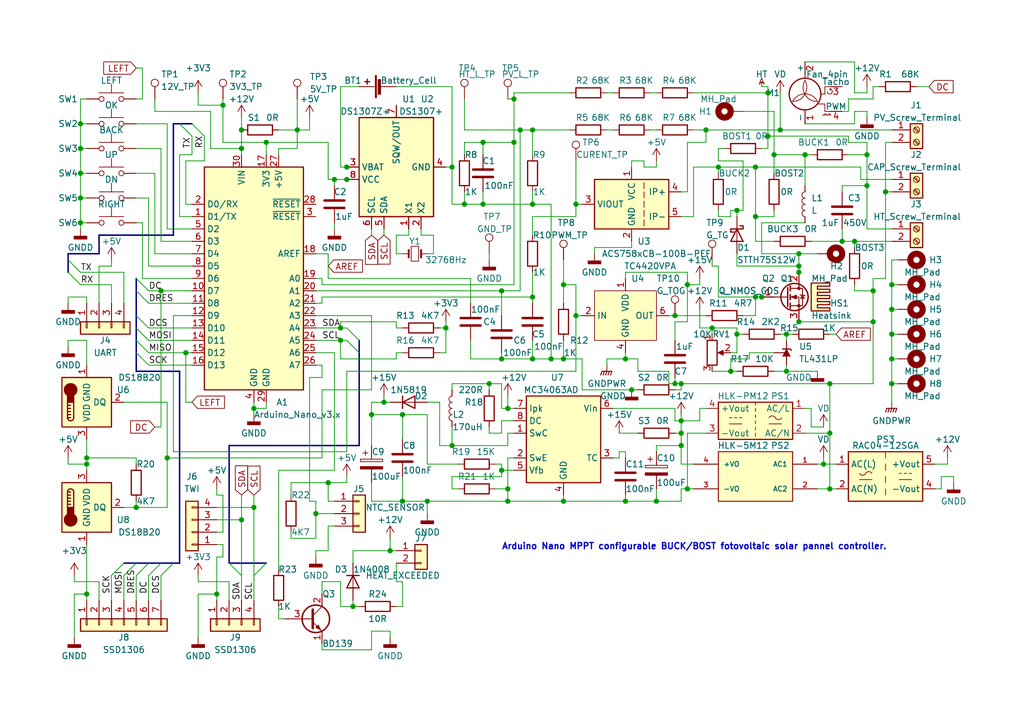
<source format=kicad_sch>
(kicad_sch (version 20211123) (generator eeschema)
  (paper "A5")
  (junction (at 104.14 83.82))
  (junction (at 170.18 100.33))
  (junction (at 82.55 102.87))
  (junction (at 163.83 55.88))
  (junction (at 109.22 41.91))
  (junction (at 71.12 36.83))
  (junction (at 170.18 88.9))
  (junction (at 177.8 31.75))
  (junction (at 44.45 121.92))
  (junction (at 172.72 49.53))
  (junction (at 179.07 66.04))
  (junction (at 165.1 31.75))
  (junction (at 160.02 26.67))
  (junction (at 140.97 100.33))
  (junction (at 109.22 26.67))
  (junction (at 68.58 36.83))
  (junction (at 17.78 95.25))
  (junction (at 113.03 73.66))
  (junction (at 161.29 68.58))
  (junction (at 181.61 39.37))
  (junction (at 69.85 67.31))
  (junction (at 92.71 34.29))
  (junction (at 38.1 72.39))
  (junction (at 69.85 69.85))
  (junction (at 109.22 60.96))
  (junction (at 175.26 49.53))
  (junction (at 144.78 26.67))
  (junction (at 99.06 29.21))
  (junction (at 118.11 64.77))
  (junction (at 67.31 99.06))
  (junction (at 154.94 34.29))
  (junction (at 182.88 63.5))
  (junction (at 16.51 40.64))
  (junction (at 49.53 26.67))
  (junction (at 16.51 30.48))
  (junction (at 163.83 66.04))
  (junction (at 158.75 31.75))
  (junction (at 105.41 20.32))
  (junction (at 154.94 44.45))
  (junction (at 71.12 34.29))
  (junction (at 76.2 85.09))
  (junction (at 54.61 29.21))
  (junction (at 179.07 59.69))
  (junction (at 78.74 82.55))
  (junction (at 128.27 102.87))
  (junction (at 82.55 85.09))
  (junction (at 52.07 104.14))
  (junction (at 52.07 83.82))
  (junction (at 177.8 38.1))
  (junction (at 182.88 78.74))
  (junction (at 91.44 67.31))
  (junction (at 115.57 58.42))
  (junction (at 154.94 60.96))
  (junction (at 16.51 35.56))
  (junction (at 149.86 76.2))
  (junction (at 80.01 113.03))
  (junction (at 128.27 73.66))
  (junction (at 105.41 29.21))
  (junction (at 161.29 76.2))
  (junction (at 182.88 73.66))
  (junction (at 109.22 73.66))
  (junction (at 115.57 102.87))
  (junction (at 139.7 88.9))
  (junction (at 163.83 54.61))
  (junction (at 49.53 30.48))
  (junction (at 139.7 91.44))
  (junction (at 87.63 102.87))
  (junction (at 17.78 93.98))
  (junction (at 147.32 34.29))
  (junction (at 139.7 78.74))
  (junction (at 106.68 26.67))
  (junction (at 151.13 68.58))
  (junction (at 139.7 86.36))
  (junction (at 151.13 43.18))
  (junction (at 104.14 102.87))
  (junction (at 16.51 45.72))
  (junction (at 45.72 21.59))
  (junction (at 102.87 59.69))
  (junction (at 99.06 41.91))
  (junction (at 102.87 96.52))
  (junction (at 49.53 106.68))
  (junction (at 92.71 91.44))
  (junction (at 134.62 102.87))
  (junction (at 156.21 60.96))
  (junction (at 16.51 25.4))
  (junction (at 157.48 27.94))
  (junction (at 60.96 26.67))
  (junction (at 146.05 67.31))
  (junction (at 104.14 100.33))
  (junction (at 95.25 41.91))
  (junction (at 168.91 95.25))
  (junction (at 64.77 105.41))
  (junction (at 34.29 93.98))
  (junction (at 138.43 64.77))
  (junction (at 33.02 59.69))
  (junction (at 157.48 19.05))
  (junction (at 17.78 121.92))
  (junction (at 170.18 78.74))
  (junction (at 118.11 41.91))
  (junction (at 138.43 78.74))
  (junction (at 182.88 68.58))
  (junction (at 27.94 104.14))
  (junction (at 129.54 80.01))
  (junction (at 72.39 124.46))
  (junction (at 100.33 78.74))
  (junction (at 102.87 73.66))
  (junction (at 140.97 58.42))
  (junction (at 115.57 73.66))
  (junction (at 163.83 52.07))
  (junction (at 182.88 58.42))
  (bus_entry (at 27.94 59.69) (size 2.54 2.54))
  (bus_entry (at 27.94 57.15) (size 2.54 2.54))
  (bus_entry (at 71.12 67.31) (size 2.54 2.54))
  (bus_entry (at 71.12 69.85) (size 2.54 2.54))
  (bus_entry (at 13.97 55.88) (size 2.54 2.54))
  (bus_entry (at 13.97 53.34) (size 2.54 2.54))
  (bus_entry (at 30.48 118.11) (size 2.54 -2.54))
  (bus_entry (at 25.4 118.11) (size 2.54 -2.54))
  (bus_entry (at 27.94 118.11) (size 2.54 -2.54))
  (bus_entry (at 22.86 118.11) (size 2.54 -2.54))
  (bus_entry (at 41.91 27.94) (size -2.54 -2.54))
  (bus_entry (at 39.37 27.94) (size -2.54 -2.54))
  (bus_entry (at 33.02 118.11) (size 2.54 -2.54))
  (bus_entry (at 49.53 118.11) (size -2.54 -2.54))
  (bus_entry (at 54.61 115.57) (size -2.54 2.54))
  (bus_entry (at 27.94 69.85) (size 2.54 2.54))
  (bus_entry (at 27.94 72.39) (size 2.54 2.54))
  (bus_entry (at 27.94 64.77) (size 2.54 2.54))
  (bus_entry (at 27.94 67.31) (size 2.54 2.54))
  (wire (pts (xy 68.58 45.72) (xy 68.58 46.99)))
  (wire (pts (xy 78.74 46.99) (xy 78.74 48.26)))
  (wire (pts (xy 45.72 111.76) (xy 45.72 114.3)))
  (wire (pts (xy 109.22 41.91) (xy 109.22 39.37)))
  (wire (pts (xy 27.94 104.14) (xy 25.4 104.14)))
  (wire (pts (xy 158.75 76.2) (xy 161.29 76.2)))
  (wire (pts (xy 73.66 17.78) (xy 69.85 17.78)))
  (wire (pts (xy 134.62 91.44) (xy 134.62 92.71)))
  (wire (pts (xy 160.02 68.58) (xy 161.29 68.58)))
  (wire (pts (xy 104.14 83.82) (xy 105.41 83.82)))
  (wire (pts (xy 175.26 22.86) (xy 175.26 25.4)))
  (wire (pts (xy 102.87 78.74) (xy 102.87 83.82)))
  (wire (pts (xy 78.74 82.55) (xy 80.01 82.55)))
  (wire (pts (xy 67.31 36.83) (xy 68.58 36.83)))
  (wire (pts (xy 13.97 62.23) (xy 13.97 60.96)))
  (wire (pts (xy 128.27 55.88) (xy 128.27 57.15)))
  (wire (pts (xy 175.26 59.69) (xy 179.07 59.69)))
  (wire (pts (xy 152.4 43.18) (xy 151.13 43.18)))
  (wire (pts (xy 137.16 76.2) (xy 137.16 78.74)))
  (wire (pts (xy 147.32 54.61) (xy 147.32 60.96)))
  (wire (pts (xy 16.51 25.4) (xy 16.51 30.48)))
  (wire (pts (xy 87.63 85.09) (xy 82.55 85.09)))
  (wire (pts (xy 102.87 86.36) (xy 105.41 86.36)))
  (bus (pts (xy 46.99 91.44) (xy 46.99 115.57)))
  (wire (pts (xy 69.85 119.38) (xy 69.85 124.46)))
  (wire (pts (xy 81.28 66.04) (xy 81.28 67.31)))
  (wire (pts (xy 76.2 102.87) (xy 82.55 102.87)))
  (wire (pts (xy 147.32 54.61) (xy 146.05 54.61)))
  (wire (pts (xy 66.04 58.42) (xy 66.04 57.15)))
  (wire (pts (xy 165.1 88.9) (xy 170.18 88.9)))
  (wire (pts (xy 92.71 91.44) (xy 104.14 91.44)))
  (wire (pts (xy 143.51 63.5) (xy 143.51 67.31)))
  (wire (pts (xy 160.02 19.05) (xy 160.02 26.67)))
  (wire (pts (xy 151.13 43.18) (xy 151.13 44.45)))
  (wire (pts (xy 87.63 95.25) (xy 87.63 85.09)))
  (wire (pts (xy 147.32 44.45) (xy 149.86 44.45)))
  (wire (pts (xy 69.85 66.04) (xy 81.28 66.04)))
  (wire (pts (xy 100.33 78.74) (xy 102.87 78.74)))
  (wire (pts (xy 92.71 41.91) (xy 95.25 41.91)))
  (wire (pts (xy 179.07 57.15) (xy 181.61 57.15)))
  (wire (pts (xy 179.07 66.04) (xy 179.07 78.74)))
  (wire (pts (xy 81.28 48.26) (xy 81.28 52.07)))
  (wire (pts (xy 64.77 69.85) (xy 69.85 69.85)))
  (wire (pts (xy 165.1 83.82) (xy 166.37 83.82)))
  (wire (pts (xy 139.7 91.44) (xy 139.7 95.25)))
  (wire (pts (xy 157.48 27.94) (xy 173.99 27.94)))
  (wire (pts (xy 17.78 95.25) (xy 17.78 96.52)))
  (wire (pts (xy 182.88 73.66) (xy 182.88 78.74)))
  (wire (pts (xy 57.15 30.48) (xy 57.15 31.75)))
  (wire (pts (xy 158.75 31.75) (xy 165.1 31.75)))
  (wire (pts (xy 69.85 66.04) (xy 69.85 67.31)))
  (wire (pts (xy 67.31 52.07) (xy 64.77 52.07)))
  (wire (pts (xy 27.94 45.72) (xy 29.21 45.72)))
  (wire (pts (xy 49.53 24.13) (xy 49.53 26.67)))
  (wire (pts (xy 60.96 30.48) (xy 57.15 30.48)))
  (wire (pts (xy 115.57 73.66) (xy 119.38 73.66)))
  (wire (pts (xy 140.97 88.9) (xy 140.97 100.33)))
  (wire (pts (xy 81.28 119.38) (xy 81.28 115.57)))
  (wire (pts (xy 76.2 85.09) (xy 76.2 91.44)))
  (wire (pts (xy 166.37 49.53) (xy 172.72 49.53)))
  (wire (pts (xy 143.51 58.42) (xy 143.51 57.15)))
  (wire (pts (xy 161.29 68.58) (xy 162.56 68.58)))
  (wire (pts (xy 45.72 29.21) (xy 54.61 29.21)))
  (wire (pts (xy 118.11 44.45) (xy 109.22 44.45)))
  (wire (pts (xy 128.27 102.87) (xy 134.62 102.87)))
  (wire (pts (xy 147.32 34.29) (xy 142.24 34.29)))
  (wire (pts (xy 142.24 19.05) (xy 157.48 19.05)))
  (wire (pts (xy 113.03 73.66) (xy 115.57 73.66)))
  (wire (pts (xy 194.31 93.98) (xy 194.31 95.25)))
  (wire (pts (xy 86.36 48.26) (xy 88.9 48.26)))
  (wire (pts (xy 118.11 64.77) (xy 119.38 64.77)))
  (wire (pts (xy 64.77 74.93) (xy 66.04 74.93)))
  (wire (pts (xy 172.72 39.37) (xy 172.72 38.1)))
  (wire (pts (xy 147.32 34.29) (xy 154.94 34.29)))
  (wire (pts (xy 182.88 63.5) (xy 184.15 63.5)))
  (wire (pts (xy 105.41 19.05) (xy 116.84 19.05)))
  (wire (pts (xy 175.26 19.05) (xy 175.26 12.7)))
  (wire (pts (xy 102.87 64.77) (xy 102.87 59.69)))
  (bus (pts (xy 46.99 115.57) (xy 54.61 115.57)))
  (wire (pts (xy 91.44 67.31) (xy 91.44 72.39)))
  (wire (pts (xy 140.97 58.42) (xy 143.51 58.42)))
  (wire (pts (xy 59.69 109.22) (xy 59.69 110.49)))
  (wire (pts (xy 25.4 82.55) (xy 34.29 82.55)))
  (wire (pts (xy 151.13 54.61) (xy 163.83 54.61)))
  (wire (pts (xy 128.27 73.66) (xy 130.81 73.66)))
  (wire (pts (xy 16.51 30.48) (xy 17.78 30.48)))
  (wire (pts (xy 33.02 59.69) (xy 33.02 87.63)))
  (wire (pts (xy 173.99 31.75) (xy 177.8 31.75)))
  (wire (pts (xy 67.31 57.15) (xy 67.31 52.07)))
  (bus (pts (xy 27.94 67.31) (xy 27.94 69.85)))
  (wire (pts (xy 49.53 118.11) (xy 49.53 123.19)))
  (wire (pts (xy 124.46 73.66) (xy 128.27 73.66)))
  (wire (pts (xy 66.04 132.08) (xy 66.04 133.35)))
  (wire (pts (xy 104.14 102.87) (xy 115.57 102.87)))
  (wire (pts (xy 66.04 60.96) (xy 66.04 62.23)))
  (wire (pts (xy 121.92 50.8) (xy 129.54 50.8)))
  (wire (pts (xy 187.96 17.78) (xy 190.5 17.78)))
  (wire (pts (xy 167.64 52.07) (xy 163.83 52.07)))
  (wire (pts (xy 157.48 19.05) (xy 157.48 27.94)))
  (wire (pts (xy 16.51 45.72) (xy 17.78 45.72)))
  (wire (pts (xy 195.58 97.79) (xy 195.58 99.06)))
  (wire (pts (xy 90.17 91.44) (xy 92.71 91.44)))
  (wire (pts (xy 115.57 58.42) (xy 118.11 58.42)))
  (wire (pts (xy 57.15 96.52) (xy 57.15 116.84)))
  (wire (pts (xy 172.72 38.1) (xy 177.8 38.1)))
  (wire (pts (xy 138.43 78.74) (xy 139.7 78.74)))
  (wire (pts (xy 143.51 83.82) (xy 143.51 86.36)))
  (wire (pts (xy 20.32 54.61) (xy 20.32 62.23)))
  (bus (pts (xy 36.83 115.57) (xy 35.56 115.57)))
  (wire (pts (xy 63.5 26.67) (xy 63.5 24.13)))
  (wire (pts (xy 109.22 69.85) (xy 109.22 73.66)))
  (wire (pts (xy 170.18 100.33) (xy 171.45 100.33)))
  (wire (pts (xy 119.38 80.01) (xy 129.54 80.01)))
  (wire (pts (xy 134.62 91.44) (xy 139.7 91.44)))
  (wire (pts (xy 25.4 118.11) (xy 25.4 123.19)))
  (wire (pts (xy 17.78 111.76) (xy 17.78 121.92)))
  (wire (pts (xy 69.85 17.78) (xy 69.85 34.29)))
  (wire (pts (xy 168.91 95.25) (xy 171.45 95.25)))
  (wire (pts (xy 193.04 97.79) (xy 195.58 97.79)))
  (wire (pts (xy 177.8 22.86) (xy 175.26 22.86)))
  (wire (pts (xy 68.58 107.95) (xy 67.31 107.95)))
  (wire (pts (xy 52.07 82.55) (xy 52.07 83.82)))
  (wire (pts (xy 95.25 26.67) (xy 106.68 26.67)))
  (wire (pts (xy 134.62 100.33) (xy 134.62 102.87)))
  (wire (pts (xy 105.41 20.32) (xy 104.14 20.32)))
  (bus (pts (xy 27.94 59.69) (xy 27.94 64.77)))
  (wire (pts (xy 166.37 87.63) (xy 168.91 87.63)))
  (wire (pts (xy 176.53 36.83) (xy 182.88 36.83)))
  (bus (pts (xy 27.94 64.77) (xy 27.94 67.31)))
  (wire (pts (xy 175.26 49.53) (xy 182.88 49.53)))
  (wire (pts (xy 17.78 25.4) (xy 16.51 25.4)))
  (wire (pts (xy 175.26 49.53) (xy 175.26 50.8)))
  (wire (pts (xy 92.71 78.74) (xy 100.33 78.74)))
  (wire (pts (xy 191.77 95.25) (xy 194.31 95.25)))
  (wire (pts (xy 184.15 53.34) (xy 182.88 53.34)))
  (wire (pts (xy 173.99 22.86) (xy 172.72 22.86)))
  (wire (pts (xy 102.87 83.82) (xy 104.14 83.82)))
  (wire (pts (xy 109.22 44.45) (xy 109.22 48.26)))
  (wire (pts (xy 156.21 52.07) (xy 163.83 52.07)))
  (wire (pts (xy 104.14 100.33) (xy 104.14 102.87)))
  (wire (pts (xy 92.71 17.78) (xy 92.71 34.29)))
  (wire (pts (xy 143.51 67.31) (xy 146.05 67.31)))
  (wire (pts (xy 140.97 58.42) (xy 140.97 66.04)))
  (wire (pts (xy 151.13 52.07) (xy 151.13 54.61)))
  (wire (pts (xy 102.87 72.39) (xy 102.87 73.66)))
  (wire (pts (xy 106.68 26.67) (xy 109.22 26.67)))
  (wire (pts (xy 96.52 69.85) (xy 96.52 73.66)))
  (wire (pts (xy 63.5 102.87) (xy 64.77 102.87)))
  (wire (pts (xy 67.31 99.06) (xy 71.12 99.06)))
  (wire (pts (xy 82.55 124.46) (xy 82.55 119.38)))
  (wire (pts (xy 39.37 31.75) (xy 36.83 31.75)))
  (bus (pts (xy 27.94 76.2) (xy 36.83 76.2)))
  (wire (pts (xy 182.88 68.58) (xy 182.88 73.66)))
  (wire (pts (xy 160.02 26.67) (xy 182.88 26.67)))
  (bus (pts (xy 30.48 115.57) (xy 33.02 115.57)))
  (wire (pts (xy 66.04 74.93) (xy 66.04 77.47)))
  (wire (pts (xy 67.31 113.03) (xy 64.77 113.03)))
  (wire (pts (xy 17.78 20.32) (xy 16.51 20.32)))
  (wire (pts (xy 93.98 100.33) (xy 92.71 100.33)))
  (wire (pts (xy 154.94 34.29) (xy 154.94 44.45)))
  (wire (pts (xy 124.46 26.67) (xy 125.73 26.67)))
  (bus (pts (xy 36.83 25.4) (xy 39.37 25.4)))
  (wire (pts (xy 17.78 121.92) (xy 17.78 123.19)))
  (wire (pts (xy 127 92.71) (xy 128.27 92.71)))
  (wire (pts (xy 163.83 52.07) (xy 163.83 54.61)))
  (wire (pts (xy 43.18 22.86) (xy 43.18 30.48)))
  (wire (pts (xy 60.96 26.67) (xy 63.5 26.67)))
  (wire (pts (xy 80.01 110.49) (xy 80.01 113.03)))
  (wire (pts (xy 82.55 102.87) (xy 87.63 102.87)))
  (wire (pts (xy 138.43 88.9) (xy 139.7 88.9)))
  (wire (pts (xy 71.12 92.71) (xy 35.56 92.71)))
  (wire (pts (xy 182.88 73.66) (xy 184.15 73.66)))
  (wire (pts (xy 38.1 33.02) (xy 38.1 41.91)))
  (wire (pts (xy 179.07 66.04) (xy 163.83 66.04)))
  (wire (pts (xy 133.35 19.05) (xy 134.62 19.05)))
  (wire (pts (xy 40.64 118.11) (xy 40.64 119.38)))
  (wire (pts (xy 69.85 34.29) (xy 71.12 34.29)))
  (wire (pts (xy 91.44 72.39) (xy 90.17 72.39)))
  (wire (pts (xy 64.77 105.41) (xy 68.58 105.41)))
  (wire (pts (xy 22.86 118.11) (xy 22.86 123.19)))
  (wire (pts (xy 27.94 102.87) (xy 27.94 104.14)))
  (wire (pts (xy 182.88 68.58) (xy 184.15 68.58)))
  (wire (pts (xy 157.48 27.94) (xy 157.48 30.48)))
  (wire (pts (xy 71.12 99.06) (xy 71.12 97.79)))
  (wire (pts (xy 91.44 66.04) (xy 91.44 67.31)))
  (wire (pts (xy 17.78 95.25) (xy 17.78 93.98)))
  (wire (pts (xy 177.8 29.21) (xy 177.8 31.75)))
  (wire (pts (xy 161.29 74.93) (xy 161.29 76.2)))
  (wire (pts (xy 139.7 78.74) (xy 139.7 80.01)))
  (wire (pts (xy 127 93.98) (xy 127 92.71)))
  (wire (pts (xy 154.94 49.53) (xy 154.94 44.45)))
  (wire (pts (xy 76.2 129.54) (xy 80.01 129.54)))
  (wire (pts (xy 182.88 53.34) (xy 182.88 58.42)))
  (wire (pts (xy 179.07 20.32) (xy 173.99 20.32)))
  (wire (pts (xy 149.86 73.66) (xy 153.67 73.66)))
  (wire (pts (xy 158.75 49.53) (xy 154.94 49.53)))
  (bus (pts (xy 73.66 72.39) (xy 73.66 91.44)))
  (wire (pts (xy 52.07 101.6) (xy 52.07 104.14)))
  (wire (pts (xy 92.71 97.79) (xy 102.87 97.79)))
  (wire (pts (xy 147.32 33.02) (xy 152.4 33.02)))
  (wire (pts (xy 90.17 67.31) (xy 91.44 67.31)))
  (wire (pts (xy 130.81 76.2) (xy 137.16 76.2)))
  (wire (pts (xy 142.24 34.29) (xy 142.24 44.45)))
  (wire (pts (xy 81.28 73.66) (xy 81.28 72.39)))
  (wire (pts (xy 152.4 33.02) (xy 152.4 43.18)))
  (wire (pts (xy 52.07 83.82) (xy 54.61 83.82)))
  (wire (pts (xy 104.14 88.9) (xy 105.41 88.9)))
  (wire (pts (xy 71.12 76.2) (xy 118.11 76.2)))
  (wire (pts (xy 158.75 22.86) (xy 158.75 31.75)))
  (wire (pts (xy 31.75 52.07) (xy 39.37 52.07)))
  (wire (pts (xy 139.7 85.09) (xy 139.7 86.36)))
  (wire (pts (xy 88.9 52.07) (xy 87.63 52.07)))
  (bus (pts (xy 35.56 25.4) (xy 36.83 25.4)))
  (wire (pts (xy 124.46 19.05) (xy 125.73 19.05)))
  (wire (pts (xy 81.28 17.78) (xy 92.71 17.78)))
  (wire (pts (xy 127 88.9) (xy 130.81 88.9)))
  (wire (pts (xy 128.27 92.71) (xy 128.27 93.98)))
  (wire (pts (xy 100.33 87.63) (xy 100.33 88.9)))
  (wire (pts (xy 45.72 29.21) (xy 45.72 21.59)))
  (wire (pts (xy 64.77 59.69) (xy 102.87 59.69)))
  (wire (pts (xy 69.85 124.46) (xy 72.39 124.46)))
  (wire (pts (xy 81.28 72.39) (xy 82.55 72.39)))
  (wire (pts (xy 64.77 110.49) (xy 59.69 110.49)))
  (wire (pts (xy 179.07 17.78) (xy 179.07 20.32)))
  (wire (pts (xy 139.7 100.33) (xy 139.7 102.87)))
  (wire (pts (xy 34.29 82.55) (xy 34.29 93.98)))
  (wire (pts (xy 137.16 64.77) (xy 138.43 64.77)))
  (wire (pts (xy 68.58 96.52) (xy 57.15 96.52)))
  (wire (pts (xy 105.41 20.32) (xy 105.41 29.21)))
  (wire (pts (xy 13.97 69.85) (xy 17.78 69.85)))
  (wire (pts (xy 102.87 73.66) (xy 109.22 73.66)))
  (wire (pts (xy 68.58 72.39) (xy 68.58 96.52)))
  (wire (pts (xy 69.85 69.85) (xy 71.12 69.85)))
  (wire (pts (xy 151.13 72.39) (xy 151.13 68.58)))
  (wire (pts (xy 151.13 67.31) (xy 146.05 67.31)))
  (bus (pts (xy 27.94 115.57) (xy 30.48 115.57)))
  (wire (pts (xy 67.31 99.06) (xy 67.31 102.87)))
  (wire (pts (xy 139.7 88.9) (xy 139.7 91.44)))
  (wire (pts (xy 49.53 26.67) (xy 49.53 30.48)))
  (wire (pts (xy 76.2 99.06) (xy 76.2 102.87)))
  (wire (pts (xy 151.13 68.58) (xy 151.13 67.31)))
  (wire (pts (xy 129.54 33.02) (xy 129.54 34.29)))
  (bus (pts (xy 27.94 72.39) (xy 27.94 76.2)))
  (wire (pts (xy 165.1 31.75) (xy 166.37 31.75)))
  (wire (pts (xy 151.13 43.18) (xy 149.86 43.18)))
  (wire (pts (xy 177.8 46.99) (xy 182.88 46.99)))
  (wire (pts (xy 124.46 74.93) (xy 124.46 73.66)))
  (wire (pts (xy 139.7 86.36) (xy 139.7 88.9)))
  (wire (pts (xy 154.94 60.96) (xy 154.94 64.77)))
  (wire (pts (xy 44.45 109.22) (xy 45.72 109.22)))
  (wire (pts (xy 142.24 44.45) (xy 139.7 44.45)))
  (wire (pts (xy 146.05 54.61) (xy 146.05 53.34)))
  (wire (pts (xy 59.69 99.06) (xy 67.31 99.06)))
  (wire (pts (xy 16.51 40.64) (xy 16.51 45.72)))
  (wire (pts (xy 31.75 35.56) (xy 31.75 52.07)))
  (wire (pts (xy 157.48 30.48) (xy 156.21 30.48)))
  (wire (pts (xy 17.78 93.98) (xy 27.94 93.98)))
  (wire (pts (xy 146.05 76.2) (xy 149.86 76.2)))
  (wire (pts (xy 16.51 35.56) (xy 17.78 35.56)))
  (wire (pts (xy 156.21 60.96) (xy 154.94 60.96)))
  (wire (pts (xy 104.14 91.44) (xy 104.14 88.9)))
  (wire (pts (xy 177.8 17.78) (xy 177.8 19.05)))
  (wire (pts (xy 76.2 64.77) (xy 76.2 80.01)))
  (wire (pts (xy 49.53 101.6) (xy 49.53 106.68)))
  (wire (pts (xy 30.48 74.93) (xy 39.37 74.93)))
  (wire (pts (xy 40.64 19.05) (xy 40.64 21.59)))
  (wire (pts (xy 138.43 83.82) (xy 138.43 86.36)))
  (wire (pts (xy 36.83 44.45) (xy 39.37 44.45)))
  (wire (pts (xy 144.78 83.82) (xy 143.51 83.82)))
  (bus (pts (xy 13.97 53.34) (xy 13.97 52.07)))
  (wire (pts (xy 16.51 40.64) (xy 17.78 40.64)))
  (wire (pts (xy 147.32 34.29) (xy 147.32 35.56)))
  (wire (pts (xy 147.32 30.48) (xy 147.32 33.02)))
  (wire (pts (xy 68.58 36.83) (xy 68.58 38.1)))
  (wire (pts (xy 161.29 68.58) (xy 161.29 69.85)))
  (wire (pts (xy 102.87 96.52) (xy 102.87 95.25)))
  (wire (pts (xy 139.7 95.25) (xy 142.24 95.25)))
  (wire (pts (xy 140.97 55.88) (xy 128.27 55.88)))
  (wire (pts (xy 67.31 29.21) (xy 67.31 36.83)))
  (wire (pts (xy 118.11 41.91) (xy 119.38 41.91)))
  (wire (pts (xy 182.88 58.42) (xy 184.15 58.42)))
  (wire (pts (xy 83.82 48.26) (xy 81.28 48.26)))
  (bus (pts (xy 36.83 76.2) (xy 36.83 115.57)))
  (wire (pts (xy 142.24 26.67) (xy 144.78 26.67)))
  (wire (pts (xy 144.78 88.9) (xy 140.97 88.9)))
  (wire (pts (xy 170.18 78.74) (xy 179.07 78.74)))
  (wire (pts (xy 99.06 39.37) (xy 99.06 41.91)))
  (wire (pts (xy 60.96 20.32) (xy 60.96 26.67)))
  (wire (pts (xy 80.01 113.03) (xy 81.28 113.03)))
  (wire (pts (xy 115.57 58.42) (xy 115.57 62.23)))
  (wire (pts (xy 175.26 25.4) (xy 165.1 25.4)))
  (wire (pts (xy 132.08 34.29) (xy 134.62 34.29)))
  (wire (pts (xy 146.05 67.31) (xy 146.05 68.58)))
  (wire (pts (xy 139.7 78.74) (xy 170.18 78.74)))
  (wire (pts (xy 69.85 73.66) (xy 81.28 73.66)))
  (wire (pts (xy 182.88 78.74) (xy 184.15 78.74)))
  (wire (pts (xy 158.75 43.18) (xy 158.75 44.45)))
  (wire (pts (xy 27.94 25.4) (xy 34.29 25.4)))
  (wire (pts (xy 17.78 69.85) (xy 17.78 74.93)))
  (wire (pts (xy 81.28 52.07) (xy 82.55 52.07)))
  (wire (pts (xy 72.39 113.03) (xy 80.01 113.03)))
  (wire (pts (xy 57.15 124.46) (xy 57.15 127)))
  (wire (pts (xy 138.43 86.36) (xy 139.7 86.36)))
  (wire (pts (xy 40.64 130.81) (xy 40.64 121.92)))
  (wire (pts (xy 105.41 93.98) (xy 104.14 93.98)))
  (wire (pts (xy 66.04 57.15) (xy 64.77 57.15)))
  (wire (pts (xy 182.88 58.42) (xy 182.88 63.5)))
  (wire (pts (xy 66.04 121.92) (xy 66.04 119.38)))
  (wire (pts (xy 182.88 63.5) (xy 182.88 68.58)))
  (wire (pts (xy 34.29 104.14) (xy 27.94 104.14)))
  (wire (pts (xy 33.02 87.63) (xy 31.75 87.63)))
  (wire (pts (xy 99.06 29.21) (xy 105.41 29.21)))
  (wire (pts (xy 27.94 35.56) (xy 31.75 35.56)))
  (wire (pts (xy 158.75 31.75) (xy 158.75 35.56)))
  (wire (pts (xy 109.22 55.88) (xy 109.22 60.96)))
  (wire (pts (xy 30.48 72.39) (xy 38.1 72.39)))
  (wire (pts (xy 139.7 80.01) (xy 138.43 80.01)))
  (wire (pts (xy 133.35 26.67) (xy 134.62 26.67)))
  (wire (pts (xy 54.61 82.55) (xy 54.61 83.82)))
  (wire (pts (xy 149.86 76.2) (xy 151.13 76.2)))
  (wire (pts (xy 90.17 82.55) (xy 90.17 91.44)))
  (wire (pts (xy 69.85 69.85) (xy 69.85 73.66)))
  (wire (pts (xy 119.38 73.66) (xy 119.38 80.01)))
  (wire (pts (xy 64.77 102.87) (xy 64.77 105.41)))
  (wire (pts (xy 177.8 31.75) (xy 177.8 38.1)))
  (wire (pts (xy 16.51 20.32) (xy 16.51 25.4)))
  (wire (pts (xy 96.52 57.15) (xy 96.52 62.23)))
  (wire (pts (xy 87.63 102.87) (xy 87.63 105.41)))
  (bus (pts (xy 73.66 69.85) (xy 73.66 72.39)))
  (wire (pts (xy 64.77 72.39) (xy 68.58 72.39)))
  (wire (pts (xy 87.63 82.55) (xy 90.17 82.55)))
  (wire (pts (xy 149.86 72.39) (xy 151.13 72.39)))
  (wire (pts (xy 118.11 76.2) (xy 118.11 64.77)))
  (wire (pts (xy 152.4 22.86) (xy 158.75 22.86)))
  (wire (pts (xy 118.11 41.91) (xy 118.11 44.45)))
  (wire (pts (xy 66.04 93.98) (xy 66.04 80.01)))
  (wire (pts (xy 76.2 46.99) (xy 76.2 48.26)))
  (wire (pts (xy 121.92 52.07) (xy 121.92 50.8)))
  (wire (pts (xy 87.63 95.25) (xy 93.98 95.25)))
  (wire (pts (xy 134.62 102.87) (xy 139.7 102.87)))
  (wire (pts (xy 99.06 29.21) (xy 99.06 31.75)))
  (wire (pts (xy 109.22 41.91) (xy 113.03 41.91)))
  (wire (pts (xy 182.88 78.74) (xy 182.88 82.55)))
  (wire (pts (xy 59.69 101.6) (xy 59.69 99.06)))
  (wire (pts (xy 81.28 124.46) (xy 82.55 124.46)))
  (wire (pts (xy 49.53 30.48) (xy 49.53 31.75)))
  (wire (pts (xy 134.62 34.29) (xy 134.62 33.02)))
  (wire (pts (xy 170.18 68.58) (xy 171.45 68.58)))
  (wire (pts (xy 45.72 114.3) (xy 44.45 114.3)))
  (wire (pts (xy 35.56 64.77) (xy 35.56 92.71)))
  (wire (pts (xy 22.86 53.34) (xy 22.86 54.61)))
  (wire (pts (xy 45.72 101.6) (xy 45.72 109.22)))
  (wire (pts (xy 33.02 30.48) (xy 33.02 49.53)))
  (wire (pts (xy 99.06 41.91) (xy 109.22 41.91)))
  (bus (pts (xy 20.32 48.26) (xy 35.56 48.26)))
  (wire (pts (xy 109.22 26.67) (xy 116.84 26.67)))
  (wire (pts (xy 29.21 45.72) (xy 29.21 57.15)))
  (wire (pts (xy 102.87 97.79) (xy 102.87 96.52)))
  (wire (pts (xy 95.25 41.91) (xy 95.25 39.37)))
  (wire (pts (xy 95.25 29.21) (xy 95.25 31.75)))
  (wire (pts (xy 129.54 50.8) (xy 129.54 49.53)))
  (wire (pts (xy 30.48 118.11) (xy 30.48 123.19)))
  (wire (pts (xy 22.86 58.42) (xy 22.86 62.23)))
  (wire (pts (xy 39.37 82.55) (xy 38.1 82.55)))
  (wire (pts (xy 66.04 58.42) (xy 105.41 58.42)))
  (wire (pts (xy 165.1 31.75) (xy 165.1 38.1)))
  (wire (pts (xy 149.86 76.2) (xy 149.86 73.66)))
  (wire (pts (xy 115.57 102.87) (xy 128.27 102.87)))
  (wire (pts (xy 30.48 67.31) (xy 39.37 67.31)))
  (wire (pts (xy 104.14 93.98) (xy 104.14 100.33)))
  (wire (pts (xy 76.2 82.55) (xy 76.2 85.09)))
  (wire (pts (xy 66.04 119.38) (xy 69.85 119.38)))
  (wire (pts (xy 39.37 27.94) (xy 39.37 31.75)))
  (wire (pts (xy 72.39 124.46) (xy 73.66 124.46)))
  (bus (pts (xy 73.66 91.44) (xy 46.99 91.44)))
  (wire (pts (xy 46.99 119.38) (xy 46.99 123.19)))
  (wire (pts (xy 95.25 20.32) (xy 95.25 26.67)))
  (wire (pts (xy 106.68 59.69) (xy 102.87 59.69)))
  (wire (pts (xy 139.7 100.33) (xy 140.97 100.33)))
  (wire (pts (xy 63.5 77.47) (xy 63.5 102.87)))
  (wire (pts (xy 173.99 27.94) (xy 173.99 29.21)))
  (wire (pts (xy 44.45 111.76) (xy 45.72 111.76)))
  (wire (pts (xy 38.1 82.55) (xy 38.1 72.39)))
  (wire (pts (xy 66.04 62.23) (xy 64.77 62.23)))
  (wire (pts (xy 147.32 43.18) (xy 147.32 44.45)))
  (wire (pts (xy 44.45 104.14) (xy 52.07 104.14)))
  (bus (pts (xy 27.94 69.85) (xy 27.94 72.39)))
  (wire (pts (xy 52.07 83.82) (xy 52.07 85.09)))
  (wire (pts (xy 66.04 77.47) (xy 63.5 77.47)))
  (wire (pts (xy 71.12 76.2) (xy 71.12 92.71)))
  (wire (pts (xy 179.07 17.78) (xy 180.34 17.78)))
  (wire (pts (xy 138.43 64.77) (xy 144.78 64.77)))
  (wire (pts (xy 140.97 100.33) (xy 142.24 100.33)))
  (wire (pts (xy 31.75 20.32) (xy 31.75 22.86)))
  (wire (pts (xy 92.71 80.01) (xy 92.71 78.74)))
  (wire (pts (xy 52.07 118.11) (xy 52.07 123.19)))
  (wire (pts (xy 13.97 93.98) (xy 13.97 95.25)))
  (wire (pts (xy 44.45 101.6) (xy 45.72 101.6)))
  (wire (pts (xy 36.83 31.75) (xy 36.83 44.45)))
  (bus (pts (xy 27.94 57.15) (xy 27.94 59.69)))
  (wire (pts (xy 138.43 69.85) (xy 138.43 66.04)))
  (wire (pts (xy 168.91 93.98) (xy 168.91 95.25)))
  (wire (pts (xy 138.43 66.04) (xy 140.97 66.04)))
  (wire (pts (xy 177.8 19.05) (xy 175.26 19.05)))
  (wire (pts (xy 125.73 93.98) (xy 127 93.98)))
  (wire (pts (xy 125.73 83.82) (xy 138.43 83.82)))
  (wire (pts (xy 66.04 80.01) (xy 76.2 80.01)))
  (wire (pts (xy 72.39 123.19) (xy 72.39 124.46)))
  (wire (pts (xy 27.94 118.11) (xy 27.94 123.19)))
  (wire (pts (xy 49.53 106.68) (xy 49.53 118.11)))
  (wire (pts (xy 44.45 100.33) (xy 44.45 101.6)))
  (wire (pts (xy 154.94 34.29) (xy 176.53 34.29)))
  (wire (pts (xy 130.81 76.2) (xy 130.81 73.66)))
  (wire (pts (xy 30.48 69.85) (xy 39.37 69.85)))
  (wire (pts (xy 173.99 20.32) (xy 173.99 22.86)))
  (wire (pts (xy 105.41 19.05) (xy 105.41 20.32)))
  (bus (pts (xy 25.4 115.57) (xy 27.94 115.57)))
  (wire (pts (xy 69.85 67.31) (xy 71.12 67.31)))
  (wire (pts (xy 181.61 39.37) (xy 182.88 39.37)))
  (wire (pts (xy 82.55 119.38) (xy 81.28 119.38)))
  (wire (pts (xy 76.2 85.09) (xy 82.55 85.09)))
  (wire (pts (xy 163.83 54.61) (xy 163.83 55.88)))
  (wire (pts (xy 179.07 57.15) (xy 179.07 59.69)))
  (wire (pts (xy 129.54 80.01) (xy 130.81 80.01)))
  (wire (pts (xy 16.51 35.56) (xy 16.51 40.64)))
  (wire (pts (xy 30.48 40.64) (xy 30.48 54.61)))
  (wire (pts (xy 118.11 33.02) (xy 118.11 41.91)))
  (wire (pts (xy 153.67 73.66) (xy 153.67 72.39)))
  (wire (pts (xy 87.63 102.87) (xy 104.14 102.87)))
  (wire (pts (xy 43.18 30.48) (xy 49.53 30.48)))
  (wire (pts (xy 66.04 133.35) (xy 76.2 133.35)))
  (wire (pts (xy 177.8 46.99) (xy 177.8 38.1)))
  (wire (pts (xy 181.61 39.37) (xy 181.61 29.21)))
  (wire (pts (xy 57.15 26.67) (xy 60.96 26.67)))
  (wire (pts (xy 148.59 30.48) (xy 147.32 30.48)))
  (wire (pts (xy 181.61 39.37) (xy 181.61 57.15)))
  (wire (pts (xy 27.94 30.48) (xy 33.02 30.48)))
  (wire (pts (xy 175.26 12.7) (xy 165.1 12.7)))
  (wire (pts (xy 92.71 100.33) (xy 92.71 97.79)))
  (wire (pts (xy 102.87 96.52) (xy 105.41 96.52)))
  (bus (pts (xy 35.56 48.26) (xy 35.56 25.4)))
  (wire (pts (xy 193.04 97.79) (xy 193.04 100.33)))
  (wire (pts (xy 57.15 127) (xy 58.42 127)))
  (wire (pts (xy 30.48 59.69) (xy 33.02 59.69)))
  (wire (pts (xy 101.6 100.33) (xy 104.14 100.33)))
  (wire (pts (xy 165.1 45.72) (xy 156.21 45.72)))
  (wire (pts (xy 15.24 118.11) (xy 15.24 119.38)))
  (wire (pts (xy 115.57 69.85) (xy 115.57 73.66)))
  (wire (pts (xy 105.41 29.21) (xy 105.41 58.42)))
  (wire (pts (xy 41.91 27.94) (xy 41.91 33.02)))
  (wire (pts (xy 138.43 78.74) (xy 138.43 77.47)))
  (wire (pts (xy 82.55 90.17) (xy 82.55 85.09)))
  (wire (pts (xy 22.86 54.61) (xy 20.32 54.61)))
  (wire (pts (xy 29.21 13.97) (xy 29.21 20.32)))
  (wire (pts (xy 92.71 87.63) (xy 92.71 91.44)))
  (wire (pts (xy 40.64 121.92) (xy 44.45 121.92)))
  (wire (pts (xy 118.11 58.42) (xy 118.11 64.77)))
  (bus (pts (xy 33.02 115.57) (xy 35.56 115.57)))
  (wire (pts (xy 64.77 113.03) (xy 64.77 114.3)))
  (wire (pts (xy 34.29 25.4) (xy 34.29 46.99)))
  (wire (pts (xy 170.18 88.9) (xy 170.18 100.33)))
  (wire (pts (xy 100.33 52.07) (xy 100.33 53.34)))
  (wire (pts (xy 161.29 76.2) (xy 167.64 76.2)))
  (wire (pts (xy 153.67 72.39) (xy 158.75 72.39)))
  (wire (pts (xy 16.51 30.48) (xy 16.51 35.56)))
  (wire (pts (xy 40.64 119.38) (xy 46.99 119.38)))
  (wire (pts (xy 86.36 46.99) (xy 86.36 48.26)))
  (wire (pts (xy 13.97 95.25) (xy 17.78 95.25)))
  (wire (pts (xy 17.78 60.96) (xy 17.78 62.23)))
  (wire (pts (xy 157.48 19.05) (xy 157.48 17.78)))
  (wire (pts (xy 144.78 26.67) (xy 160.02 26.67)))
  (wire (pts (xy 67.31 102.87) (xy 68.58 102.87)))
  (wire (pts (xy 16.51 55.88) (xy 25.4 55.88)))
  (wire (pts (xy 38.1 72.39) (xy 39.37 72.39)))
  (wire (pts (xy 132.08 33.02) (xy 129.54 33.02)))
  (wire (pts (xy 34.29 93.98) (xy 66.04 93.98)))
  (wire (pts (xy 115.57 102.87) (xy 115.57 101.6)))
  (wire (pts (xy 113.03 41.91) (xy 113.03 73.66)))
  (wire (pts (xy 109.22 26.67) (xy 109.22 31.75)))
  (wire (pts (xy 149.86 43.18) (xy 149.86 44.45)))
  (wire (pts (xy 104.14 81.28) (xy 104.14 83.82)))
  (wire (pts (xy 30.48 54.61) (xy 39.37 54.61)))
  (wire (pts (xy 64.77 64.77) (xy 76.2 64.77)))
  (wire (pts (xy 30.48 62.23) (xy 39.37 62.23)))
  (wire (pts (xy 44.45 114.3) (xy 44.45 121.92)))
  (wire (pts (xy 92.71 34.29) (xy 92.71 41.91)))
  (wire (pts (xy 95.25 29.21) (xy 99.06 29.21)))
  (wire (pts (xy 173.99 29.21) (xy 177.8 29.21)))
  (wire (pts (xy 128.27 101.6) (xy 128.27 102.87)))
  (wire (pts (xy 172.72 49.53) (xy 175.26 49.53)))
  (wire (pts (xy 95.25 41.91) (xy 99.06 41.91)))
  (wire (pts (xy 41.91 33.02) (xy 38.1 33.02)))
  (wire (pts (xy 172.72 46.99) (xy 172.72 49.53)))
  (wire (pts (xy 17.78 90.17) (xy 17.78 93.98)))
  (wire (pts (xy 13.97 71.12) (xy 13.97 69.85)))
  (wire (pts (xy 176.53 34.29) (xy 176.53 36.83)))
  (wire (pts (xy 27.94 13.97) (xy 29.21 13.97)))
  (wire (pts (xy 170.18 100.33) (xy 167.64 100.33)))
  (wire (pts (xy 40.64 21.59) (xy 45.72 21.59)))
  (wire (pts (xy 29.21 57.15) (xy 39.37 57.15)))
  (wire (pts (xy 29.21 20.32) (xy 27.94 20.32)))
  (wire (pts (xy 76.2 133.35) (xy 76.2 129.54)))
  (wire (pts (xy 20.32 119.38) (xy 20.32 123.19)))
  (wire (pts (xy 60.96 26.67) (xy 60.96 30.48)))
  (wire (pts (xy 82.55 97.79) (xy 82.55 102.87)))
  (wire (pts (xy 193.04 100.33) (xy 191.77 100.33)))
  (wire (pts (xy 109.22 60.96) (xy 109.22 62.23)))
  (wire (pts (xy 15.24 119.38) (xy 20.32 119.38)))
  (wire (pts (xy 102.87 88.9) (xy 102.87 86.36)))
  (wire (pts (xy 100.33 88.9) (xy 102.87 88.9)))
  (wire (pts (xy 100.33 78.74) (xy 100.33 80.01)))
  (wire (pts (xy 13.97 60.96) (xy 17.78 60.96)))
  (wire (pts (xy 45.72 20.32) (xy 45.72 21.59)))
  (wire (pts (xy 109.22 73.66) (xy 113.03 73.66)))
  (bus (pts (xy 13.97 55.88) (xy 13.97 53.34)))
  (wire (pts (xy 76.2 82.55) (xy 78.74 82.55)))
  (wire (pts (xy 128.27 72.39) (xy 128.27 73.66)))
  (wire (pts (xy 166.37 83.82) (xy 166.37 87.63)))
  (wire (pts (xy 54.61 29.21) (xy 54.61 31.75)))
  (wire (pts (xy 68.58 36.83) (xy 71.12 36.83)))
  (wire (pts (xy 144.78 29.21) (xy 144.78 26.67)))
  (wire (pts (xy 39.37 64.77) (xy 35.56 64.77)))
  (wire (pts (xy 132.08 33.02) (xy 132.08 34.29)))
  (wire (pts (xy 16.51 58.42) (xy 22.86 58.42)))
  (wire (pts (xy 34.29 46.99) (xy 39.37 46.99)))
  (wire (pts (xy 106.68 26.67) (xy 106.68 59.69)))
  (wire (pts (xy 66.04 60.96) (xy 109.22 60.96)))
  (wire (pts (xy 72.39 113.03) (xy 72.39 115.57)))
  (wire (pts (xy 33.02 49.53) (xy 39.37 49.53)))
  (wire (pts (xy 179.07 59.69) (xy 179.07 66.04)))
  (wire (pts (xy 80.01 129.54) (xy 80.01 130.81)))
  (wire (pts (xy 115.57 53.34) (xy 115.57 58.42)))
  (wire (pts (xy 91.44 34.29) (xy 92.71 34.29)))
  (wire (pts (xy 54.61 29.21) (xy 67.31 29.21)))
  (wire (pts (xy 151.13 68.58) (xy 152.4 68.58)))
  (wire (pts (xy 27.94 40.64) (xy 30.48 40.64)))
  (wire (pts (xy 147.32 60.96) (xy 154.94 60.96)))
  (wire (pts (xy 64.77 105.41) (xy 64.77 110.49)))
  (wire (pts (xy 167.64 95.25) (xy 168.91 95.25)))
  (wire (pts (xy 156.21 45.72) (xy 156.21 52.07)))
  (wire (pts (xy 96.52 73.66) (xy 102.87 73.66)))
  (wire (pts (xy 102.87 95.25) (xy 101.6 95.25)))
  (wire (pts (xy 43.18 22.86) (xy 31.75 22.86)))
  (wire (pts (xy 88.9 48.26) (xy 88.9 52.07)))
  (wire (pts (xy 78.74 81.28) (xy 78.74 82.55)))
  (wire (pts (xy 38.1 41.91) (xy 39.37 41.91)))
  (wire (pts (xy 16.51 45.72) (xy 16.51 46.99)))
  (wire (pts (xy 170.18 78.74) (xy 170.18 88.9)))
  (wire (pts (xy 27.94 93.98) (xy 27.94 95.25)))
  (wire (pts (xy 140.97 29.21) (xy 140.97 39.37)))
  (wire (pts (xy 143.51 86.36) (xy 139.7 86.36)))
  (wire (pts (xy 25.4 55.88) (xy 25.4 62.23)))
  (wire (pts (xy 157.48 17.78) (xy 156.21 17.78)))
  (wire (pts (xy 33.02 118.11) (xy 33.02 123.19)))
  (wire (pts (xy 140.97 58.42) (xy 140.97 55.88)))
  (wire (pts (xy 15.24 121.92) (xy 17.78 121.92)))
  (bus (pts (xy 20.32 52.07) (xy 20.32 48.26)))
  (wire (pts (xy 140.97 39.37) (xy 139.7 39.37)))
  (wire (pts (xy 34.29 93.98) (xy 34.29 104.14)))
  (wire (pts (xy 154.94 64.77) (xy 152.4 64.77)))
  (wire (pts (xy 44.45 121.92) (xy 44.45 123.19)))
  (wire (pts (xy 67.31 107.95) (xy 67.31 113.03)))
  (wire (pts (xy 154.94 44.45) (xy 158.75 44.45)))
  (wire (pts (xy 44.45 106.68) (xy 49.53 106.68)))
  (wire (pts (xy 175.26 58.42) (xy 175.26 59.69)))
  (wire (pts (xy 140.97 29.21) (xy 144.78 29.21)))
  (wire (pts (xy 64.77 67.31) (xy 69.85 67.31)))
  (wire (pts (xy 81.28 67.31) (xy 82.55 67.31)))
  (wire (pts (xy 137.16 78.74) (xy 138.43 78.74)))
  (wire (pts (xy 96.52 57.15) (xy 67.31 57.15)))
  (wire (pts (xy 177.8 24.13) (xy 177.8 22.86)))
  (wire (pts (xy 52.07 104.14) (xy 52.07 118.11)))
  (wire (pts (xy 33.02 59.69) (xy 39.37 59.69)))
  (wire (pts (xy 181.61 29.21) (xy 182.88 29.21)))
  (wire (pts (xy 15.24 130.81) (xy 15.24 121.92)))
  (bus (pts (xy 13.97 52.07) (xy 20.32 52.07)))
  (wire (pts (xy 83.82 46.99) (xy 83.82 48.26)))
  (text "Arduino Nano MPPT configurable BUCK/BOST fotovoltaic solar pannel controller." (at 102.87 113.03 0) (effects (font (size 1.27 1.27) (thickness 0.254) bold) (justify left bottom)))
  (label "SDA" (at 66.04 67.31 0))
  (label "SDA" (at 49.53 123.19 90))
  (label "SCK" (at 30.48 74.93 0))
  (label "MISO" (at 30.48 72.39 0))
  (label "RX" (at 41.91 30.48 90))
  (label "MOSI" (at 25.4 121.92 90))
  (label "RX" (at 16.51 58.42 0))
  (label "MOSI" (at 30.48 69.85 0))
  (label "DCS" (at 30.48 67.31 0))
  (label "DC" (at 30.48 59.69 0))
  (label "TX" (at 39.37 30.48 90))
  (label "DRES" (at 27.94 121.92 90))
  (label "SCL" (at 52.07 123.19 90))
  (label "SCL" (at 66.04 69.85 0))
  (label "SCK" (at 22.86 121.92 90))
  (label "TX" (at 16.51 55.88 0))
  (label "DRES" (at 30.48 62.23 0))
  (label "DCS" (at 33.02 121.92 90))
  (label "DC" (at 30.48 121.92 90))
  (global_label "AREF" (shape input) (at 171.45 68.58 0) (property "Intersheet References" "${INTERSHEET_REFS}" (effects hide)))
  (global_label "SCL" (shape input) (at 52.07 101.6 90) (property "Intersheet References" "${INTERSHEET_REFS}" (effects hide)))
  (global_label "LEFT" (shape input) (at 27.94 13.97 180) (property "Intersheet References" "${INTERSHEET_REFS}" (effects hide)))
  (global_label "AREF" (shape input) (at 67.31 54.61 0) (property "Intersheet References" "${INTERSHEET_REFS}" (effects hide)))
  (global_label "SDA" (shape input) (at 49.53 101.6 90) (property "Intersheet References" "${INTERSHEET_REFS}" (effects hide)))
  (global_label "DC" (shape input) (at 190.5 17.78 0) (property "Intersheet References" "${INTERSHEET_REFS}" (effects hide)))
  (global_label "SDA" (shape input) (at 76.2 48.26 270) (property "Intersheet References" "${INTERSHEET_REFS}" (effects hide)))
  (global_label "LEFT" (shape input) (at 39.37 82.55 0) (property "Intersheet References" "${INTERSHEET_REFS}" (effects hide)))
  (global_label "SCL" (shape input) (at 78.74 48.26 270) (property "Intersheet References" "${INTERSHEET_REFS}" (effects hide)))
  (global_label "DC" (shape input) (at 31.75 87.63 180) (property "Intersheet References" "${INTERSHEET_REFS}" (effects hide)))
  (symbol (lib_id "Device:R") (at 184.15 17.78 270) (unit 1)
    (property "Reference" "R1" (at 181.61 15.24 90))
    (property "Value" "68K" (at 186.69 15.24 90))
    (property "Footprint" "Resistor_SMD:R_1206_3216Metric_Pad1.30x1.75mm_HandSolder" (effects hide))
  )
  (symbol (lib_id "Connector:TestPoint") (at 60.96 20.32 0) (unit 1)
    (property "Reference" "TP3" (at 63.5 15.7479 0) (effects (justify left)))
    (property "Value" "5V_TP" (at 63.5 18.2879 0) (effects (justify left)))
    (property "Footprint" "TestPoint:TestPoint_THTPad_1.0x1.0mm_Drill0.5mm" (effects hide))
  )
  (symbol (lib_id "power:VD") (at 168.91 87.63 0) (unit 1)
    (property "Reference" "#PWR027" (effects hide))
    (property "Value" "VD" (at 168.91 83.82 0))
  )
  (symbol (lib_id "Device:R") (at 175.26 54.61 180) (unit 1)
    (property "Reference" "BOST3" (at 175.26 50.8 0) (effects (justify right)))
    (property "Value" "0R" (at 176.53 54.61 0) (effects (justify right)))
    (property "Footprint" "Resistor_SMD:R_4020_10251Metric_Pad1.65x5.30mm_HandSolder" (effects hide))
  )
  (symbol (lib_id "Device:Q_NMOS_GDS") (at 161.29 60.96 0) (unit 1)
    (property "Reference" "Q1" (at 160.02 57.15 0) (effects (justify left)))
    (property "Value" "Q_NMOS_GDS" (at 147.32 59.69 0) (effects (justify left)))
    (property "Footprint" "Package_TO_SOT_THT:TO-247-3_Horizontal_TabDown" (effects hide))
  )
  (symbol (lib_id "power:+3V3") (at 40.64 118.11 0) (unit 1)
    (property "Reference" "#PWR039" (effects hide))
    (property "Value" "+3V3" (at 40.64 114.3 0))
  )
  (symbol (lib_id "Device:C") (at 82.55 93.98 0) (unit 1)
    (property "Reference" "C8" (at 82.55 91.44 0) (effects (justify left)))
    (property "Value" "100nF" (at 82.55 96.52 0) (effects (justify left)))
    (property "Footprint" "Capacitor_SMD:C_0805_2012Metric_Pad1.18x1.45mm_HandSolder" (effects hide))
  )
  (symbol (lib_id "Device:R") (at 115.57 66.04 180) (unit 1)
    (property "Reference" "R12" (at 116.84 69.85 0) (effects (justify right)))
    (property "Value" "1K" (at 115.57 72.39 0) (effects (justify right)))
    (property "Footprint" "Resistor_SMD:R_0805_2012Metric_Pad1.20x1.40mm_HandSolder" (effects hide))
  )
  (symbol (lib_id "Device:R") (at 57.15 120.65 0) (unit 1)
    (property "Reference" "R23" (at 60.96 116.84 0) (effects (justify right)))
    (property "Value" "1K" (at 59.69 124.46 0) (effects (justify right)))
    (property "Footprint" "Resistor_SMD:R_0805_2012Metric_Pad1.20x1.40mm_HandSolder" (effects hide))
  )
  (symbol (lib_id "Device:C") (at 109.22 66.04 180) (unit 1)
    (property "Reference" "C5" (at 111.76 68.58 0) (effects (justify left)))
    (property "Value" "100nF" (at 115.57 71.12 0) (effects (justify left)))
    (property "Footprint" "Capacitor_SMD:C_0805_2012Metric_Pad1.18x1.45mm_HandSolder" (effects hide))
  )
  (symbol (lib_id "Connector_Generic:Conn_01x04") (at 20.32 67.31 90) (mirror x) (unit 1)
    (property "Reference" "J4" (at 21.59 69.85 90))
    (property "Value" "UART" (at 21.59 72.39 90))
    (property "Footprint" "Connector_PinSocket_2.54mm:PinSocket_1x04_P2.54mm_Vertical" (effects hide))
  )
  (symbol (lib_id "power:+5V") (at 22.86 53.34 0) (unit 1)
    (property "Reference" "#PWR012" (effects hide))
    (property "Value" "+5V" (at 22.86 49.53 0))
  )
  (symbol (lib_id "power:GNDD") (at 129.54 80.01 0) (unit 1)
    (property "Reference" "#PWR021" (effects hide))
    (property "Value" "GNDD" (at 125.73 81.28 0))
  )
  (symbol (lib_id "power:+5V") (at 71.12 97.79 0) (unit 1)
    (property "Reference" "#PWR032" (effects hide))
    (property "Value" "+5V" (at 71.12 93.98 0))
  )
  (symbol (lib_id "Device:R") (at 59.69 105.41 180) (unit 1)
    (property "Reference" "R22" (at 59.69 101.6 0) (effects (justify right)))
    (property "Value" "4K7" (at 59.69 109.22 0) (effects (justify right)))
    (property "Footprint" "Resistor_SMD:R_0805_2012Metric_Pad1.20x1.40mm_HandSolder" (effects hide))
  )
  (symbol (lib_id "power:GNDD") (at 195.58 99.06 0) (unit 1)
    (property "Reference" "#PWR033" (effects hide))
    (property "Value" "GNDD" (at 195.58 102.87 0))
  )
  (symbol (lib_id "Connector:TestPoint") (at 115.57 53.34 0) (unit 1)
    (property "Reference" "TP8" (at 114.3 45.72 0) (effects (justify left)))
    (property "Value" "PWM_TP" (at 113.03 48.26 0) (effects (justify left)))
    (property "Footprint" "TestPoint:TestPoint_THTPad_1.0x1.0mm_Drill0.5mm" (effects hide))
  )
  (symbol (lib_id "power:HT") (at 156.21 17.78 0) (unit 1)
    (property "Reference" "#PWR01" (effects hide))
    (property "Value" "HT" (at 156.21 15.24 0))
  )
  (symbol (lib_id "Connector_Generic:Conn_01x04") (at 46.99 128.27 90) (mirror x) (unit 1)
    (property "Reference" "J9" (at 48.26 130.81 90))
    (property "Value" "SSD1306" (at 48.26 133.35 90))
    (property "Footprint" "Connector_PinSocket_2.54mm:PinSocket_1x04_P2.54mm_Vertical" (effects hide))
  )
  (symbol (lib_id "power:GNDD") (at 40.64 130.81 0) (unit 1)
    (property "Reference" "#PWR041" (effects hide))
    (property "Value" "GNDD" (at 40.64 134.62 0))
  )
  (symbol (lib_id "Device:R") (at 86.36 72.39 270) (unit 1)
    (property "Reference" "R16" (at 85.09 69.85 90) (effects (justify right)))
    (property "Value" "4K7" (at 90.17 69.85 90) (effects (justify right)))
    (property "Footprint" "Resistor_SMD:R_0805_2012Metric_Pad1.20x1.40mm_HandSolder" (effects hide))
  )
  (symbol (lib_id "Device:R") (at 158.75 39.37 0) (unit 1)
    (property "Reference" "BOST2" (at 158.75 35.56 0) (effects (justify left)))
    (property "Value" "0R" (at 160.02 39.37 0) (effects (justify left)))
    (property "Footprint" "Resistor_SMD:R_4020_10251Metric_Pad1.65x5.30mm_HandSolder" (effects hide))
  )
  (symbol (lib_id "power:+15V") (at 78.74 81.28 0) (unit 1)
    (property "Reference" "#PWR022" (effects hide))
    (property "Value" "+15V" (at 78.74 77.47 0))
  )
  (symbol (lib_id "power:+5V") (at 44.45 100.33 0) (unit 1)
    (property "Reference" "#PWR034" (effects hide))
    (property "Value" "+5V" (at 44.45 96.52 0))
  )
  (symbol (lib_id "Connector:TestPoint") (at 100.33 52.07 0) (unit 1)
    (property "Reference" "TP7" (at 99.06 44.45 0) (effects (justify left)))
    (property "Value" "GND_TP" (at 97.79 46.99 0) (effects (justify left)))
    (property "Footprint" "TestPoint:TestPoint_THTPad_1.0x1.0mm_Drill0.5mm" (effects hide))
  )
  (symbol (lib_id "Device:R") (at 154.94 76.2 270) (unit 1)
    (property "Reference" "R17" (at 153.67 73.66 90) (effects (justify right)))
    (property "Value" "10K" (at 158.75 73.66 90) (effects (justify right)))
    (property "Footprint" "Resistor_SMD:R_0805_2012Metric_Pad1.20x1.40mm_HandSolder" (effects hide))
  )
  (symbol (lib_id "power:+12V") (at 104.14 81.28 0) (unit 1)
    (property "Reference" "#PWR023" (effects hide))
    (property "Value" "+12V" (at 105.41 77.47 0))
  )
  (symbol (lib_id "Connector:Screw_Terminal_01x02") (at 187.96 46.99 0) (unit 1)
    (property "Reference" "J3" (at 186.69 41.91 0) (effects (justify left)))
    (property "Value" "HT_Screw_Terminal" (at 179.07 44.45 0) (effects (justify left)))
    (property "Footprint" "TerminalBlock_MetzConnect:TerminalBlock_MetzConnect_Type703_RT10N02HGLU_1x02_P9.52mm_Horizontal" (effects hide))
  )
  (symbol (lib_id "power:VD") (at 168.91 93.98 0) (unit 1)
    (property "Reference" "#PWR030" (effects hide))
    (property "Value" "VD" (at 168.91 90.17 0))
  )
  (symbol (lib_id "power:+12V") (at 80.01 110.49 0) (unit 1)
    (property "Reference" "#PWR036" (effects hide))
    (property "Value" "+12V" (at 80.01 106.68 0))
  )
  (symbol (lib_id "power:GNDD") (at 15.24 130.81 0) (unit 1)
    (property "Reference" "#PWR040" (effects hide))
    (property "Value" "GNDD" (at 15.24 134.62 0))
  )
  (symbol (lib_id "Reference_Voltage:TL431LP") (at 161.29 72.39 90) (unit 1)
    (property "Reference" "U5" (at 163.83 71.1199 90) (effects (justify right)))
    (property "Value" "TL431LP" (at 163.83 73.6599 90) (effects (justify right)))
    (property "Footprint" "Package_TO_SOT_THT:TO-92_Inline" (effects hide))
    (property "Datasheet" "http://www.ti.com/lit/ds/symlink/tl431.pdf" (effects hide))
  )
  (symbol (lib_id "power:GNDD") (at 80.01 130.81 0) (unit 1)
    (property "Reference" "#PWR042" (effects hide))
    (property "Value" "GNDD" (at 80.01 134.62 0))
  )
  (symbol (lib_id "power:VD") (at 160.02 19.05 0) (unit 1)
    (property "Reference" "#PWR04" (effects hide))
    (property "Value" "VD" (at 160.02 15.24 0))
  )
  (symbol (lib_id "Connector:TestPoint") (at 45.72 20.32 0) (unit 1)
    (property "Reference" "TP2" (at 46.99 15.24 0) (effects (justify left)))
    (property "Value" "3V3_TP" (at 46.99 17.78 0) (effects (justify left)))
    (property "Footprint" "TestPoint:TestPoint_THTPad_1.0x1.0mm_Drill0.5mm" (effects hide))
  )
  (symbol (lib_id "Motor:Fan_4pin") (at 165.1 20.32 0) (mirror y) (unit 1)
    (property "Reference" "M1" (at 160.02 19.0499 0) (effects (justify left)))
    (property "Value" "Fan_4pin" (at 173.99 15.24 0) (effects (justify left)))
    (property "Footprint" "Connector_Molex:Molex_SL_171971-0004_1x04_P2.54mm_Vertical" (effects hide))
    (property "Datasheet" "http://www.formfactors.org/developer%5Cspecs%5Crev1_2_public.pdf" (effects hide))
  )
  (symbol (lib_id "power:+15V") (at 127 88.9 0) (unit 1)
    (property "Reference" "#PWR028" (effects hide))
    (property "Value" "+15V" (at 127 85.09 0))
  )
  (symbol (lib_id "power:GNDD") (at 68.58 46.99 0) (unit 1)
    (property "Reference" "#PWR010" (effects hide))
    (property "Value" "GNDD" (at 68.58 50.8 0))
  )
  (symbol (lib_id "Device:C") (at 99.06 35.56 180) (unit 1)
    (property "Reference" "C1" (at 101.6 33.02 0) (effects (justify left)))
    (property "Value" "100nF" (at 105.41 38.1 0) (effects (justify left)))
    (property "Footprint" "Capacitor_SMD:C_0805_2012Metric_Pad1.18x1.45mm_HandSolder" (effects hide))
  )
  (symbol (lib_id "Switch:SW_Push") (at 22.86 35.56 0) (unit 1)
    (property "Reference" "SW4" (at 13.97 35.56 0))
    (property "Value" "UP" (at 22.86 31.75 0))
    (property "Footprint" "Button_Switch_THT:SW_PUSH_6mm_H13mm" (effects hide))
  )
  (symbol (lib_id "Connector:TestPoint") (at 95.25 20.32 0) (unit 1)
    (property "Reference" "TP4" (at 93.98 13.97 0) (effects (justify left)))
    (property "Value" "HT_L_TP" (at 93.98 15.24 0) (effects (justify left)))
    (property "Footprint" "TestPoint:TestPoint_THTPad_1.0x1.0mm_Drill0.5mm" (effects hide))
  )
  (symbol (lib_id "Device:R") (at 138.43 19.05 90) (unit 1)
    (property "Reference" "R4" (at 137.16 16.51 90))
    (property "Value" "68K" (at 140.97 16.51 90))
    (property "Footprint" "Resistor_SMD:R_1206_3216Metric_Pad1.30x1.75mm_HandSolder" (effects hide))
  )
  (symbol (lib_id "Mechanical:MountingHole_Pad") (at 186.69 63.5 270) (unit 1)
    (property "Reference" "H5" (at 190.5 63.5 90) (effects (justify left)))
    (property "Value" "MH_Pad" (at 185.42 66.04 90) (effects (justify left)))
    (property "Footprint" "MountingHole:MountingHole_3.2mm_M3_ISO14580_Pad_TopBottom" (effects hide))
  )
  (symbol (lib_id "Device:C_Polarized") (at 76.2 95.25 0) (unit 1)
    (property "Reference" "C9" (at 76.2 92.71 0) (effects (justify left)))
    (property "Value" "100uF" (at 76.2 97.79 0) (effects (justify left)))
    (property "Footprint" "Capacitor_THT:CP_Radial_D7.5mm_P2.50mm" (effects hide))
  )
  (symbol (lib_id "Timer_RTC:DS1307+") (at 81.28 34.29 90) (unit 1)
    (property "Reference" "U1" (at 83.82 20.32 90))
    (property "Value" "DS1307+" (at 86.36 22.86 90))
    (property "Footprint" "Package_DIP:DIP-8_W7.62mm" (effects hide))
    (property "Datasheet" "https://datasheets.maximintegrated.com/en/ds/DS1307.pdf" (effects hide))
  )
  (symbol (lib_id "MCU_Module:Arduino_Nano_v3.x") (at 52.07 57.15 0) (unit 1)
    (property "Reference" "A1" (at 56.6294 82.55 0) (effects (justify left)))
    (property "Value" "Arduino_Nano_v3.x" (at 52.07 85.09 0) (effects (justify left)))
    (property "Footprint" "Module:Arduino_Nano" (effects hide))
    (property "Datasheet" "http://www.mouser.com/pdfdocs/Gravitech_Arduino_Nano3_0.pdf" (effects hide))
  )
  (symbol (lib_id "Switch:SW_Push") (at 22.86 25.4 0) (unit 1)
    (property "Reference" "SW2" (at 13.97 25.4 0))
    (property "Value" "OK" (at 22.86 21.59 0))
    (property "Footprint" "Button_Switch_THT:SW_PUSH_6mm_H13mm" (effects hide))
  )
  (symbol (lib_id "Device:R") (at 53.34 26.67 90) (unit 1)
    (property "Reference" "S1" (at 52.07 24.13 90))
    (property "Value" "0R" (at 55.88 24.13 90))
    (property "Footprint" "Resistor_SMD:R_1206_3216Metric_Pad1.30x1.75mm_HandSolder" (effects hide))
  )
  (symbol (lib_id "Device:R") (at 152.4 30.48 90) (unit 1)
    (property "Reference" "BOST1" (at 151.13 27.94 90))
    (property "Value" "0R" (at 156.21 27.94 90))
    (property "Footprint" "Resistor_SMD:R_4020_10251Metric_Pad1.65x5.30mm_HandSolder" (effects hide))
  )
  (symbol (lib_id "Transistor_BJT:BD139") (at 63.5 127 0) (unit 1)
    (property "Reference" "Q3" (at 66.04 121.92 0) (effects (justify left)))
    (property "Value" "BD139" (at 66.04 132.08 0) (effects (justify left)))
    (property "Footprint" "Package_TO_SOT_THT:TO-126-3_Vertical" (effects hide))
    (property "Datasheet" "http://www.st.com/internet/com/TECHNICAL_RESOURCES/TECHNICAL_LITERATURE/DATASHEET/CD00001225.pdf" (effects hide))
  )
  (symbol (lib_id "Device:R") (at 148.59 64.77 90) (unit 1)
    (property "Reference" "R11" (at 147.32 62.23 90))
    (property "Value" "4R7" (at 152.4 62.23 90))
    (property "Footprint" "Resistor_SMD:R_1206_3216Metric_Pad1.30x1.75mm_HandSolder" (effects hide))
  )
  (symbol (lib_id "power:GNDD") (at 167.64 76.2 0) (unit 1)
    (property "Reference" "#PWR020" (effects hide))
    (property "Value" "GNDD" (at 163.83 77.47 0))
  )
  (symbol (lib_id "Device:C") (at 172.72 43.18 180) (unit 1)
    (property "Reference" "C3" (at 176.53 40.64 0) (effects (justify left)))
    (property "Value" "1uF 450V" (at 177.8 45.72 0) (effects (justify left)))
    (property "Footprint" "Capacitor_THT:C_Rect_L27.0mm_W11.0mm_P22.00mm" (effects hide))
  )
  (symbol (lib_id "Converter_ACDC:RAC04-12SGA") (at 181.61 97.79 0) (unit 1)
    (property "Reference" "PS3" (at 181.61 90.17 0))
    (property "Value" "RAC04-12SGA" (at 181.61 91.44 0))
    (property "Footprint" "Converter_ACDC:Converter_ACDC_RECOM_RAC04-xxSGx_THT" (effects hide))
    (property "Datasheet" "https://www.recom-power.com/pdf/Powerline-AC-DC/RAC04-GA.pdf" (effects hide))
  )
  (symbol (lib_id "Switch:SW_Push") (at 22.86 20.32 0) (unit 1)
    (property "Reference" "SW1" (at 13.97 20.32 0))
    (property "Value" "LEFT" (at 22.86 16.51 0))
    (property "Footprint" "Button_Switch_THT:SW_PUSH_6mm_H13mm" (effects hide))
  )
  (symbol (lib_id "Switch:SW_Push") (at 22.86 45.72 0) (unit 1)
    (property "Reference" "SW6" (at 13.97 45.72 0))
    (property "Value" "RIGHT" (at 22.86 41.91 0))
    (property "Footprint" "Button_Switch_THT:SW_PUSH_6mm_H13mm" (effects hide))
  )
  (symbol (lib_id "power:+3V3") (at 15.24 118.11 0) (unit 1)
    (property "Reference" "#PWR038" (effects hide))
    (property "Value" "+3V3" (at 15.24 113.03 0))
  )
  (symbol (lib_id "power:+12V") (at 143.51 63.5 0) (unit 1)
    (property "Reference" "#PWR016" (effects hide))
    (property "Value" "+12V" (at 143.51 59.69 0))
  )
  (symbol (lib_id "Device:R") (at 97.79 95.25 270) (unit 1)
    (property "Reference" "R19" (at 96.52 92.71 90) (effects (justify right)))
    (property "Value" "15K" (at 101.6 92.71 90) (effects (justify right)))
    (property "Footprint" "Resistor_SMD:R_0805_2012Metric_Pad1.20x1.40mm_HandSolder" (effects hide))
  )
  (symbol (lib_id "power:GNDPWR") (at 182.88 82.55 0) (unit 1)
    (property "Reference" "#PWR024" (effects hide))
    (property "Value" "GNDPWR" (at 182.88 86.36 0))
  )
  (symbol (lib_id "HLK-5M05:HLK-5M05") (at 154.94 97.79 0) (mirror y) (unit 1)
    (property "Reference" "PS2" (at 160.02 91.44 0))
    (property "Value" "HLK-5M12" (at 152.4 91.44 0))
    (property "Footprint" "CONV_HLK-5M05" (effects hide))
    (property "STANDARD" "Manufacturer Recommendations" (effects hide))
    (property "MANUFACTURER" "HI-LINK" (effects hide))
    (property "PARTREV" "N/A" (effects hide))
  )
  (symbol (lib_id "Device:L") (at 92.71 83.82 180) (unit 1)
    (property "Reference" "L2" (at 95.25 85.09 0) (effects (justify left)))
    (property "Value" "170uH" (at 99.06 87.63 0) (effects (justify left)))
    (property "Footprint" "Inductor_THT:L_Radial_D10.0mm_P5.00mm_Fastron_07M" (effects hide))
  )
  (symbol (lib_id "Device:R") (at 162.56 49.53 90) (unit 1)
    (property "Reference" "BUCK3" (at 163.83 46.99 90) (effects (justify left)))
    (property "Value" "0R" (at 167.64 46.99 90) (effects (justify left)))
    (property "Footprint" "Resistor_SMD:R_4020_10251Metric_Pad1.65x5.30mm_HandSolder" (effects hide))
  )
  (symbol (lib_id "Device:R") (at 109.22 35.56 180) (unit 1)
    (property "Reference" "R9" (at 109.22 31.75 0) (effects (justify right)))
    (property "Value" "1K" (at 109.22 39.37 0) (effects (justify right)))
    (property "Footprint" "Resistor_SMD:R_0805_2012Metric_Pad1.20x1.40mm_HandSolder" (effects hide))
  )
  (symbol (lib_id "Device:C_Polarized") (at 134.62 96.52 0) (unit 1)
    (property "Reference" "C10" (at 134.62 93.98 0) (effects (justify left)))
    (property "Value" "100uF" (at 134.62 99.06 0) (effects (justify left)))
    (property "Footprint" "Capacitor_THT:CP_Radial_D7.5mm_P2.50mm" (effects hide))
  )
  (symbol (lib_id "power:+5V") (at 63.5 24.13 0) (unit 1)
    (property "Reference" "#PWR06" (effects hide))
    (property "Value" "+5V" (at 63.5 20.32 0))
  )
  (symbol (lib_id "power:+12V") (at 194.31 93.98 0) (unit 1)
    (property "Reference" "#PWR031" (effects hide))
    (property "Value" "+12V" (at 194.31 90.17 0))
  )
  (symbol (lib_id "power:+3V3") (at 40.64 19.05 0) (unit 1)
    (property "Reference" "#PWR03" (effects hide))
    (property "Value" "+3V3" (at 40.64 13.97 0))
  )
  (symbol (lib_id "Connector_Generic:Conn_01x07") (at 25.4 128.27 90) (mirror x) (unit 1)
    (property "Reference" "J8" (at 25.4 130.81 90))
    (property "Value" "SSD1306" (at 25.4 133.35 90))
    (property "Footprint" "Connector_PinSocket_2.54mm:PinSocket_1x07_P2.54mm_Vertical" (effects hide))
  )
  (symbol (lib_id "power:GNDD") (at 121.92 52.07 0) (unit 1)
    (property "Reference" "#PWR011" (effects hide))
    (property "Value" "GNDD" (at 121.92 55.88 0))
  )
  (symbol (lib_id "power:+5V") (at 134.62 33.02 0) (unit 1)
    (property "Reference" "#PWR08" (effects hide))
    (property "Value" "+5V" (at 134.62 29.21 0))
  )
  (symbol (lib_id "Device:R") (at 138.43 26.67 90) (unit 1)
    (property "Reference" "R7" (at 137.16 24.13 90))
    (property "Value" "68K" (at 140.97 24.13 90))
    (property "Footprint" "Resistor_SMD:R_1206_3216Metric_Pad1.30x1.75mm_HandSolder" (effects hide))
  )
  (symbol (lib_id "dev-board-tech_IC:TC4420VPA") (at 128.27 64.77 0) (unit 1)
    (property "Reference" "U4" (at 130.81 57.15 0))
    (property "Value" "TC4420VPA" (at 133.35 54.61 0))
    (property "Footprint" "Package_DIP:DIP-8_W7.62mm_LongPads" (effects hide))
    (property "Datasheet" "https://ro.mouser.com/datasheet/2/268/MCHPS04178_1-2520946.pdf" (effects hide))
  )
  (symbol (lib_id "power:+12V") (at 139.7 85.09 0) (unit 1)
    (property "Reference" "#PWR026" (effects hide))
    (property "Value" "+12V" (at 139.7 81.28 0))
  )
  (symbol (lib_id "Connector_Generic:Conn_01x04") (at 39.37 109.22 180) (unit 1)
    (property "Reference" "J6" (at 39.37 97.79 0))
    (property "Value" "TWI" (at 39.37 100.33 0))
    (property "Footprint" "Connector_PinSocket_2.54mm:PinSocket_1x04_P2.54mm_Vertical" (effects hide))
  )
  (symbol (lib_id "Mechanical:MountingHole_Pad") (at 186.69 53.34 270) (unit 1)
    (property "Reference" "H3" (at 190.5 53.34 90) (effects (justify left)))
    (property "Value" "MH_Pad" (at 185.42 55.88 90) (effects (justify left)))
    (property "Footprint" "MountingHole:MountingHole_3.2mm_M3_ISO14580_Pad_TopBottom" (effects hide))
  )
  (symbol (lib_id "Device:R") (at 156.21 68.58 270) (unit 1)
    (property "Reference" "R14" (at 154.94 66.04 90) (effects (justify right)))
    (property "Value" "2K2" (at 160.02 66.04 90) (effects (justify right)))
    (property "Footprint" "Resistor_SMD:R_0805_2012Metric_Pad1.20x1.40mm_HandSolder" (effects hide))
  )
  (symbol (lib_id "power:+3V3") (at 91.44 66.04 0) (unit 1)
    (property "Reference" "#PWR017" (effects hide))
    (property "Value" "+3V3" (at 91.44 62.23 0))
  )
  (symbol (lib_id "Connector_Generic:Conn_01x02") (at 86.36 113.03 0) (unit 1)
    (property "Reference" "J7" (at 85.09 110.49 0) (effects (justify left)))
    (property "Value" "HEAT_EXCEEDED" (at 74.93 118.11 0) (effects (justify left)))
    (property "Footprint" "TerminalBlock:TerminalBlock_bornier-2_P5.08mm" (effects hide))
  )
  (symbol (lib_id "Device:Q_NMOS_GDS") (at 161.29 60.96 0) (unit 1)
    (property "Reference" "Q2" (at 156.21 57.15 0) (effects (justify left)))
    (property "Value" "Q_NMOS_GDS" (at 147.32 59.69 0) (effects (justify left)))
    (property "Footprint" "Package_TO_SOT_THT:TO-247-3_Horizontal_TabDown" (effects hide))
  )
  (symbol (lib_id "power:GNDD") (at 64.77 114.3 0) (unit 1)
    (property "Reference" "#PWR037" (effects hide))
    (property "Value" "GNDD" (at 64.77 118.11 0))
  )
  (symbol (lib_id "power:GNDPWR") (at 124.46 74.93 0) (unit 1)
    (property "Reference" "#PWR019" (effects hide))
    (property "Value" "GNDPWR" (at 124.46 78.74 0))
  )
  (symbol (lib_id "Sensor_Current:ACS758xCB-100B-PFF") (at 129.54 41.91 0) (mirror y) (unit 1)
    (property "Reference" "U3" (at 132.08 49.53 0))
    (property "Value" "ACS758xCB-100B-PFF" (at 134.62 52.07 0))
    (property "Footprint" "Sensor_Current:Allegro_CB_PFF" (effects hide))
    (property "Datasheet" "http://www.allegromicro.com/~/media/Files/Datasheets/ACS758-Datasheet.ashx?la=en" (effects hide))
  )
  (symbol (lib_id "Device:R") (at 97.79 100.33 270) (unit 1)
    (property "Reference" "R21" (at 97.79 97.79 90) (effects (justify right)))
    (property "Value" "1K" (at 101.6 97.79 90) (effects (justify right)))
    (property "Footprint" "Resistor_SMD:R_0805_2012Metric_Pad1.20x1.40mm_HandSolder" (effects hide))
  )
  (symbol (lib_id "Mechanical:MountingHole_Pad") (at 186.69 78.74 270) (unit 1)
    (property "Reference" "H8" (at 190.5 78.74 90) (effects (justify left)))
    (property "Value" "MH_Pad" (at 185.42 81.28 90) (effects (justify left)))
    (property "Footprint" "MountingHole:MountingHole_3.2mm_M3_ISO14580_Pad_TopBottom" (effects hide))
  )
  (symbol (lib_id "Mechanical:MountingHole_Pad") (at 186.69 68.58 270) (unit 1)
    (property "Reference" "H6" (at 190.5 68.58 90) (effects (justify left)))
    (property "Value" "MH_Pad" (at 185.42 71.12 90) (effects (justify left)))
    (property "Footprint" "MountingHole:MountingHole_3.2mm_M3_ISO14580_Pad_TopBottom" (effects hide))
  )
  (symbol (lib_id "Timer_RTC:DS1307Z+") (at 81.28 34.29 90) (unit 1)
    (property "Reference" "U2" (at 87.63 20.32 90))
    (property "Value" "DS1307Z+" (at 74.93 22.86 90))
    (property "Footprint" "Package_SO:SOIC-8_3.9x4.9mm_P1.27mm" (effects hide))
    (property "Datasheet" "https://datasheets.maximintegrated.com/en/ds/DS1307.pdf" (effects hide))
  )
  (symbol (lib_id "Device:R") (at 120.65 26.67 90) (unit 1)
    (property "Reference" "R5" (at 119.38 24.13 90))
    (property "Value" "68K" (at 123.19 24.13 90))
    (property "Footprint" "Resistor_SMD:R_1206_3216Metric_Pad1.30x1.75mm_HandSolder" (effects hide))
  )
  (symbol (lib_id "Device:D") (at 72.39 119.38 270) (unit 1)
    (property "Reference" "D3" (at 68.58 116.84 90) (effects (justify left)))
    (property "Value" "1N4008" (at 72.39 116.84 90) (effects (justify left)))
    (property "Footprint" "Diode_THT:D_A-405_P7.62mm_Horizontal" (effects hide))
  )
  (symbol (lib_id "Device:Crystal_Small") (at 85.09 52.07 0) (unit 1)
    (property "Reference" "Y1" (at 85.09 49.53 0))
    (property "Value" "32768Hz" (at 91.44 53.34 0))
    (property "Footprint" "Crystal:Crystal_AT310_D3.0mm_L10.0mm_Horizontal" (effects hide))
  )
  (symbol (lib_id "power:GNDD") (at 13.97 62.23 0) (unit 1)
    (property "Reference" "#PWR015" (effects hide))
    (property "Value" "GNDD" (at 13.97 66.04 0))
  )
  (symbol (lib_id "Converter_ACDC:HLK-PM12") (at 154.94 86.36 0) (mirror y) (unit 1)
    (property "Reference" "PS1" (at 160.02 81.28 0))
    (property "Value" "HLK-PM12" (at 152.4 81.28 0))
    (property "Footprint" "Converter_ACDC:Converter_ACDC_HiLink_HLK-PMxx" (effects hide))
    (property "Datasheet" "http://www.hlktech.net/product_detail.php?ProId=56" (effects hide))
  )
  (symbol (lib_id "Mechanical:MountingHole_Pad") (at 186.69 58.42 270) (unit 1)
    (property "Reference" "H4" (at 190.5 58.42 90) (effects (justify left)))
    (property "Value" "MH_Pad" (at 185.42 60.96 90) (effects (justify left)))
    (property "Footprint" "MountingHole:MountingHole_3.2mm_M3_ISO14580_Pad_TopBottom" (effects hide))
  )
  (symbol (lib_id "Device:R") (at 129.54 26.67 90) (unit 1)
    (property "Reference" "R6" (at 128.27 24.13 90))
    (property "Value" "68K" (at 132.08 24.13 90))
    (property "Footprint" "Resistor_SMD:R_1206_3216Metric_Pad1.30x1.75mm_HandSolder" (effects hide))
  )
  (symbol (lib_id "Device:R") (at 95.25 35.56 180) (unit 1)
    (property "Reference" "R8" (at 95.25 31.75 0) (effects (justify right)))
    (property "Value" "1K" (at 95.25 39.37 0) (effects (justify right)))
    (property "Footprint" "Resistor_SMD:R_0805_2012Metric_Pad1.20x1.40mm_HandSolder" (effects hide))
  )
  (symbol (lib_id "power:GNDD") (at 87.63 105.41 0) (unit 1)
    (property "Reference" "#PWR035" (effects hide))
    (property "Value" "GNDD" (at 87.63 109.22 0))
  )
  (symbol (lib_id "Device:R") (at 120.65 19.05 90) (unit 1)
    (property "Reference" "R2" (at 119.38 16.51 90))
    (property "Value" "68K" (at 123.19 16.51 90))
    (property "Footprint" "Resistor_SMD:R_1206_3216Metric_Pad1.30x1.75mm_HandSolder" (effects hide))
  )
  (symbol (lib_id "Mechanical:MountingHole_Pad") (at 186.69 73.66 270) (unit 1)
    (property "Reference" "H7" (at 190.5 73.66 90) (effects (justify left)))
    (property "Value" "MH_Pad" (at 185.42 76.2 90) (effects (justify left)))
    (property "Footprint" "MountingHole:MountingHole_3.2mm_M3_ISO14580_Pad_TopBottom" (effects hide))
  )
  (symbol (lib_id "Connector:TestPoint") (at 31.75 20.32 0) (unit 1)
    (property "Reference" "TP1" (at 33.02 15.24 0) (effects (justify left)))
    (property "Value" "12V_TP" (at 33.02 17.78 0) (effects (justify left)))
    (property "Footprint" "TestPoint:TestPoint_THTPad_1.0x1.0mm_Drill0.5mm" (effects hide))
  )
  (symbol (lib_id "Device:R") (at 109.22 52.07 180) (unit 1)
    (property "Reference" "R10" (at 109.22 48.26 0) (effects (justify right)))
    (property "Value" "1K" (at 109.22 55.88 0) (effects (justify right)))
    (property "Footprint" "Resistor_SMD:R_0805_2012Metric_Pad1.20x1.40mm_HandSolder" (effects hide))
  )
  (symbol (lib_id "Connector:TestPoint") (at 138.43 64.77 0) (unit 1)
    (property "Reference" "TP10" (at 134.62 57.15 0) (effects (justify left)))
    (property "Value" "G_TOG" (at 134.62 59.69 0) (effects (justify left)))
    (property "Footprint" "TestPoint:TestPoint_THTPad_1.0x1.0mm_Drill0.5mm" (effects hide))
  )
  (symbol (lib_id "power:GNDD") (at 52.07 85.09 0) (unit 1)
    (property "Reference" "#PWR025" (effects hide))
    (property "Value" "GNDD" (at 52.07 88.9 0))
  )
  (symbol (lib_id "power:+5V") (at 13.97 93.98 0) (unit 1)
    (property "Reference" "#PWR029" (effects hide))
    (property "Value" "+5V" (at 13.97 90.17 0))
  )
  (symbol (lib_id "Device:C") (at 68.58 41.91 180) (unit 1)
    (property "Reference" "C2" (at 71.12 39.37 0) (effects (justify left)))
    (property "Value" "1uF" (at 72.39 44.45 0) (effects (justify left)))
    (property "Footprint" "Capacitor_SMD:C_0805_2012Metric_Pad1.18x1.45mm_HandSolder" (effects hide))
  )
  (symbol (lib_id "Device:R") (at 166.37 68.58 270) (unit 1)
    (property "Reference" "R15" (at 163.83 67.31 90) (effects (justify right)))
    (property "Value" "1K" (at 171.45 67.31 90) (effects (justify right)))
    (property "Footprint" "Resistor_SMD:R_0805_2012Metric_Pad1.20x1.40mm_HandSolder" (effects hide))
  )
  (symbol (lib_id "Connector:TestPoint") (at 104.14 20.32 0) (unit 1)
    (property "Reference" "TP5" (at 102.87 13.97 0) (effects (justify left)))
    (property "Value" "PV_L_TP" (at 102.87 15.24 0) (effects (justify left)))
    (property "Footprint" "TestPoint:TestPoint_THTPad_1.0x1.0mm_Drill0.5mm" (effects hide))
  )
  (symbol (lib_id "Mechanical:MountingHole_Pad") (at 170.18 52.07 270) (unit 1)
    (property "Reference" "H2" (at 170.18 54.61 90) (effects (justify left)))
    (property "Value" "MH_Pad" (at 166.37 57.15 90) (effects (justify left)))
    (property "Footprint" "MountingHole:MountingHole_3.2mm_M3_ISO14580_Pad_TopBottom" (effects hide))
  )
  (symbol (lib_id "Device:R") (at 170.18 31.75 90) (unit 1)
    (property "Reference" "BUCK1" (at 170.18 29.21 90) (effects (justify left)))
    (property "Value" "0R" (at 173.99 29.21 90) (effects (justify left)))
    (property "Footprint" "Resistor_SMD:R_4020_10251Metric_Pad1.65x5.30mm_HandSolder" (effects hide))
  )
  (symbol (lib_id "Device:C") (at 96.52 66.04 0) (unit 1)
    (property "Reference" "C4" (at 99.06 66.04 0) (effects (justify left)))
    (property "Value" "100nF" (at 96.52 63.5 0) (effects (justify left)))
    (property "Footprint" "Capacitor_SMD:C_0805_2012Metric_Pad1.18x1.45mm_HandSolder" (effects hide))
  )
  (symbol (lib_id "power:GNDD") (at 16.51 46.99 0) (unit 1)
    (property "Reference" "#PWR09" (effects hide))
    (property "Value" "GNDD" (at 16.51 50.8 0))
  )
  (symbol (lib_id "Connector:TestPoint") (at 146.05 53.34 0) (unit 1)
    (property "Reference" "TP9" (at 144.78 45.72 0) (effects (justify left)))
    (property "Value" "G_TG" (at 144.78 48.26 0) (effects (justify left)))
    (property "Footprint" "TestPoint:TestPoint_THTPad_1.0x1.0mm_Drill0.5mm" (effects hide))
  )
  (symbol (lib_id "Switch:SW_Push") (at 22.86 30.48 0) (unit 1)
    (property "Reference" "SW3" (at 13.97 30.48 0))
    (property "Value" "BACK" (at 22.86 26.67 0))
    (property "Footprint" "Button_Switch_THT:SW_PUSH_6mm_H13mm" (effects hide))
  )
  (symbol (lib_id "Device:C") (at 138.43 73.66 180) (unit 1)
    (property "Reference" "C7" (at 140.97 76.2 0) (effects (justify left)))
    (property "Value" "1uF" (at 142.24 71.12 0) (effects (justify left)))
    (property "Footprint" "Capacitor_SMD:C_1206_3216Metric_Pad1.33x1.80mm_HandSolder" (effects hide))
  )
  (symbol (lib_id "Device:D") (at 83.82 82.55 0) (unit 1)
    (property "Reference" "D2" (at 86.36 81.28 0))
    (property "Value" "1N5819" (at 83.82 80.01 0))
    (property "Footprint" "Diode_THT:D_A-405_P7.62mm_Horizontal" (effects hide))
  )
  (symbol (lib_id "Connector:Screw_Terminal_01x02") (at 187.96 26.67 0) (unit 1)
    (property "Reference" "J1" (at 186.69 21.59 0) (effects (justify left)))
    (property "Value" "PV_Screw_Terminal" (at 179.07 24.13 0) (effects (justify left)))
    (property "Footprint" "TerminalBlock_MetzConnect:TerminalBlock_MetzConnect_Type703_RT10N02HGLU_1x02_P9.52mm_Horizontal" (effects hide))
  )
  (symbol (lib_id "power:+15V") (at 143.51 57.15 0) (unit 1)
    (property "Reference" "#PWR014" (effects hide))
    (property "Value" "+15V" (at 143.51 53.34 0))
  )
  (symbol (lib_id "power:GNDD") (at 13.97 71.12 0) (unit 1)
    (property "Reference" "#PWR018" (effects hide))
    (property "Value" "GNDD" (at 13.97 74.93 0))
  )
  (symbol (lib_id "Device:R") (at 27.94 99.06 180) (unit 1)
    (property "Reference" "R20" (at 27.94 95.25 0) (effects (justify right)))
    (property "Value" "4K7" (at 27.94 102.87 0) (effects (justify right)))
    (property "Footprint" "Resistor_SMD:R_0805_2012Metric_Pad1.20x1.40mm_HandSolder" (effects hide))
  )
  (symbol (lib_id "Switch:SW_Push") (at 22.86 40.64 0) (unit 1)
    (property "Reference" "SW5" (at 13.97 40.64 0))
    (property "Value" "DN" (at 22.86 36.83 0))
    (property "Footprint" "Button_Switch_THT:SW_PUSH_6mm_H13mm" (effects hide))
  )
  (symbol (lib_id "Device:R") (at 77.47 124.46 90) (unit 1)
    (property "Reference" "R24" (at 77.47 121.92 90))
    (property "Value" "10R" (at 77.47 127 90))
    (property "Footprint" "Resistor_THT:R_Axial_DIN0204_L3.6mm_D1.6mm_P7.62mm_Horizontal" (effects hide))
  )
  (symbol (lib_id "Device:Battery_Cell") (at 78.74 17.78 90) (unit 1)
    (property "Reference" "BT1" (at 72.39 16.51 90))
    (property "Value" "Battery_Cell" (at 83.82 16.51 90))
    (property "Footprint" "Battery:BatteryHolder_MPD_BC2003_1x2032" (effects hide))
  )
  (symbol (lib_id "Device:R") (at 147.32 39.37 0) (unit 1)
    (property "Reference" "BUCK2" (at 147.32 35.56 0) (effects (justify left)))
    (property "Value" "0R" (at 148.59 39.37 0) (effects (justify left)))
    (property "Footprint" "Resistor_SMD:R_4020_10251Metric_Pad1.65x5.30mm_HandSolder" (effects hide))
  )
  (symbol (lib_id "power:+12V") (at 177.8 17.78 0) (unit 1)
    (property "Reference" "#PWR02" (effects hide))
    (property "Value" "+12V" (at 177.8 13.97 0))
  )
  (symbol (lib_id "Device:R_Potentiometer") (at 146.05 72.39 0) (unit 1)
    (property "Reference" "RV1" (at 149.86 68.58 0) (effects (justify right)))
    (property "Value" "10K" (at 146.05 68.58 0) (effects (justify right)))
    (property "Footprint" "Potentiometer_THT:Potentiometer_Bourns_3296W_Vertical" (effects hide))
  )
  (symbol (lib_id "Regulator_Switching:MC34063AD") (at 115.57 88.9 0) (mirror y) (unit 1)
    (property "Reference" "U7" (at 114.3 77.47 0))
    (property "Value" "MC34063AD" (at 113.03 80.01 0))
    (property "Footprint" "Package_SO:SOIC-8_3.9x4.9mm_P1.27mm" (effects hide))
    (property "Datasheet" "http://www.onsemi.com/pub_link/Collateral/MC34063A-D.PDF" (effects hide))
  )
  (symbol (lib_id "power:+12V") (at 49.53 24.13 0) (unit 1)
    (property "Reference" "#PWR05" (effects hide))
    (property "Value" "+12V" (at 49.53 20.32 0))
  )
  (symbol (lib_id "power:GNDD") (at 177.8 24.13 0) (unit 1)
    (property "Reference" "#PWR07" (effects hide))
    (property "Value" "GNDD" (at 177.8 27.94 0))
  )
  (symbol (lib_id "Sensor_Temperature:DS18B20") (at 17.78 82.55 0) (mirror x) (unit 1)
    (property "Reference" "U6" (at 26.67 80.01 0) (effects (justify right)))
    (property "Value" "DS18B20" (at 33.02 77.47 0) (effects (justify right)))
    (property "Footprint" "Package_TO_SOT_THT:TO-92_Inline_Wide" (effects hide))
    (property "Datasheet" "http://datasheets.maximintegrated.com/en/ds/DS18B20.pdf" (effects hide))
  )
  (symbol (lib_id "Device:R") (at 134.62 80.01 90) (unit 1)
    (property "Reference" "S2" (at 132.08 77.47 90))
    (property "Value" "0R" (at 135.89 77.47 90))
    (property "Footprint" "Resistor_SMD:R_1206_3216Metric_Pad1.30x1.75mm_HandSolder" (effects hide))
  )
  (symbol (lib_id "Device:C") (at 102.87 68.58 180) (unit 1)
    (property "Reference" "C6" (at 107.95 69.85 0) (effects (justify left)))
    (property "Value" "100nF" (at 109.22 72.39 0) (effects (justify left)))
    (property "Footprint" "Capacitor_SMD:C_0805_2012Metric_Pad1.18x1.45mm_HandSolder" (effects hide))
  )
  (symbol (lib_id "Device:R") (at 129.54 19.05 90) (unit 1)
    (property "Reference" "R3" (at 128.27 16.51 90))
    (property "Value" "68K" (at 132.08 16.51 90))
    (property "Footprint" "Resistor_SMD:R_1206_3216Metric_Pad1.30x1.75mm_HandSolder" (effects hide))
  )
  (symbol (lib_id "Mechanical:MountingHole_Pad") (at 149.86 22.86 90) (unit 1)
    (property "Reference" "H1" (at 146.05 22.86 90) (effects (justify left)))
    (property "Value" "MH_Pad" (at 151.13 20.32 90) (effects (justify left)))
    (property "Footprint" "MountingHole:MountingHole_3.2mm_M3_ISO14580_Pad_TopBottom" (effects hide))
  )
  (symbol (lib_id "Connector_Generic:Conn_01x03") (at 73.66 105.41 0) (unit 1)
    (property "Reference" "J5" (at 72.39 100.33 0) (effects (justify left)))
    (property "Value" "NTC_SENSOR" (at 74.93 104.14 0) (effects (justify left)))
    (property "Footprint" "TerminalBlock:TerminalBlock_bornier-3_P5.08mm" (effects hide))
  )
  (symbol (lib_id "Device:R") (at 86.36 67.31 270) (unit 1)
    (property "Reference" "R13" (at 85.09 64.77 90) (effects (justify right)))
    (property "Value" "4K7" (at 90.17 64.77 90) (effects (justify right)))
    (property "Footprint" "Resistor_SMD:R_0805_2012Metric_Pad1.20x1.40mm_HandSolder" (effects hide))
  )
  (symbol (lib_id "Device:C") (at 128.27 97.79 0) (unit 1)
    (property "Reference" "C11" (at 128.27 95.25 0) (effects (justify left)))
    (property "Value" "100nF" (at 128.27 100.33 0) (effects (justify left)))
    (property "Footprint" "Capacitor_SMD:C_0805_2012Metric_Pad1.18x1.45mm_HandSolder" (effects hide))
  )
  (symbol (lib_id "Connector:Screw_Terminal_01x02") (at 187.96 36.83 0) (unit 1)
    (property "Reference" "J2" (at 186.69 31.75 0) (effects (justify left)))
    (property "Value" "CAP_Screw_Terminal" (at 177.8 34.29 0) (effects (justify left)))
    (property "Footprint" "TerminalBlock_MetzConnect:TerminalBlock_MetzConnect_Type703_RT10N02HGLU_1x02_P9.52mm_Horizontal" (effects hide))
  )
  (symbol (lib_id "power:GNDD") (at 100.33 53.34 0) (unit 1)
    (property "Reference" "#PWR013" (effects hide))
    (property "Value" "GNDD" (at 100.33 57.15 0))
  )
  (symbol (lib_id "Mechanical:Heatsink") (at 166.37 60.96 270) (unit 1)
    (property "Reference" "HS1" (at 170.18 62.23 90) (effects (justify left)))
    (property "Value" "Heatsink" (at 166.37 64.77 90) (effects (justify left)))
    (property "Footprint" "Heatsink:Heatsink_AAVID_TV5G_TO220_Horizontal" (effects hide))
  )
  (symbol (lib_id "Device:D_Schottky") (at 151.13 48.26 270) (unit 1)
    (property "Reference" "D1" (at 151.13 50.8 90) (effects (justify left)))
    (property "Value" "STTH75S12W" (at 151.13 53.34 90) (effects (justify left)))
    (property "Footprint" "Diode_THT:D_DO-247_Horizontal_TabDown" (effects hide))
  )
  (symbol (lib_id "Connector:TestPoint") (at 118.11 33.02 0) (unit 1)
    (property "Reference" "TP6" (at 119.38 29.21 0) (effects (justify left)))
    (property "Value" "CURENT_TP" (at 118.11 31.75 0) (effects (justify left)))
    (property "Footprint" "TestPoint:TestPoint_THTPad_1.0x1.0mm_Drill0.5mm" (effects hide))
  )
  (symbol (lib_id "Device:R") (at 100.33 83.82 180) (unit 1)
    (property "Reference" "R18" (at 95.25 82.55 0) (effects (justify right)))
    (property "Value" "220R" (at 93.98 80.01 0) (effects (justify right)))
    (property "Footprint" "Resistor_SMD:R_0805_2012Metric_Pad1.20x1.40mm_HandSolder" (effects hide))
  )
  (symbol (lib_id "Device:L") (at 165.1 41.91 180) (unit 1)
    (property "Reference" "L1" (at 166.37 40.6399 0) (effects (justify right)))
    (property "Value" "L" (at 166.37 43.1799 0) (effects (justify right)))
    (property "Footprint" "Personal:HXX40A1.5uH" (effects hide))
  )
  (symbol (lib_id "Device:R") (at 134.62 88.9 90) (unit 1)
    (property "Reference" "S3" (at 132.08 86.36 90))
    (property "Value" "0R" (at 135.89 86.36 90))
    (property "Footprint" "Resistor_SMD:R_1206_3216Metric_Pad1.30x1.75mm_HandSolder" (effects hide))
  )
  (symbol (lib_id "Sensor_Temperature:DS18B20") (at 17.78 104.14 0) (unit 1)
    (property "Reference" "U8" (at 26.67 106.68 0) (effects (justify right)))
    (property "Value" "DS18B20" (at 33.02 109.22 0) (effects (justify right)))
    (property "Footprint" "Package_TO_SOT_THT:TO-92_Inline_Wide" (effects hide))
    (property "Datasheet" "http://datasheets.maximintegrated.com/en/ds/DS18B20.pdf" (effects hide))
  )
)
</source>
